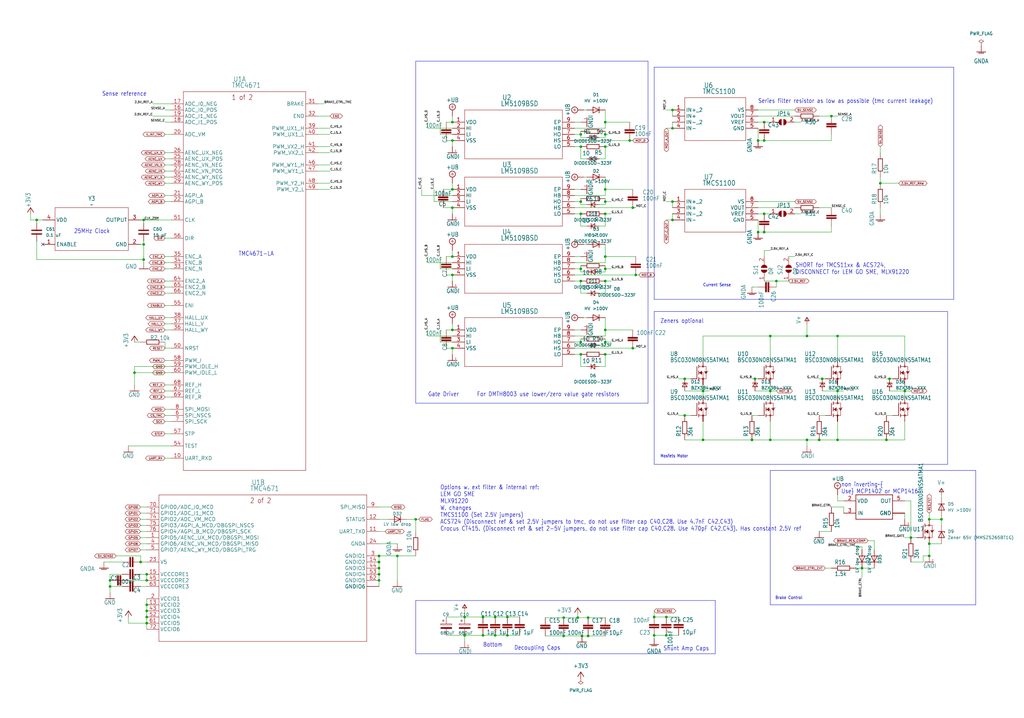
<source format=kicad_sch>
(kicad_sch
	(version 20250114)
	(generator "eeschema")
	(generator_version "9.0")
	(uuid "bf3e5894-6345-467b-b671-81e3583a96d0")
	(paper "User" 425.45 298.602)
	
	(text "Brake Control"
		(exclude_from_sim no)
		(at 322.072 249.428 0)
		(effects
			(font
				(size 1.27 1.0795)
			)
			(justify left bottom)
		)
		(uuid "00ecdc6f-9ce2-4ca6-8e84-ed99b1d1a5ae")
	)
	(text "Series filter resistor as low as possible (tmc current leakage)"
		(exclude_from_sim no)
		(at 314.96 43.18 0)
		(effects
			(font
				(size 1.778 1.5113)
			)
			(justify left bottom)
		)
		(uuid "0d17847c-bdb1-489f-9194-1a6ce82774f6")
	)
	(text "Gate Driver"
		(exclude_from_sim no)
		(at 177.8 165.1 0)
		(effects
			(font
				(size 1.778 1.5113)
			)
			(justify left bottom)
		)
		(uuid "3d7f2966-458b-4088-be8f-7df7c1c4341e")
	)
	(text "Options w. ext filter & internal ref:\nLEM GO SME\nMLX91220\nW. changes\nTMCS1100 (Set 2.5V jumpers)\nACS724 (Disconnect ref & set 2.5V jumpers to tmc, do not use filter cap C40,C28. Use 4.7nF C42,C43)\nCrocus CT415. (Disconnect ref & set 2-5V jumpers, do not use filter cap C40,C28. Use 470pF C42,C43). Has constant 2.5V ref~{}"
		(exclude_from_sim no)
		(at 182.88 220.98 0)
		(effects
			(font
				(size 1.778 1.5113)
			)
			(justify left bottom)
		)
		(uuid "430e25a1-bf5a-46be-a97d-9157452a8cfa")
	)
	(text "Bottom"
		(exclude_from_sim no)
		(at 200.66 269.24 0)
		(effects
			(font
				(size 1.778 1.5113)
			)
			(justify left bottom)
		)
		(uuid "560316d3-bd37-42d6-be37-2379d8c1127f")
	)
	(text "TMC4671-LA"
		(exclude_from_sim no)
		(at 99.06 106.68 0)
		(effects
			(font
				(size 1.778 1.5113)
			)
			(justify left bottom)
		)
		(uuid "79863b0f-8518-4192-8eaa-d9352c4663dd")
	)
	(text "25MHz Clock"
		(exclude_from_sim no)
		(at 30.734 97.282 0)
		(effects
			(font
				(size 1.778 1.5113)
			)
			(justify left bottom)
		)
		(uuid "8105dc39-b78d-40b6-815b-5ce22e43e644")
	)
	(text "non inverting~{\nUse} MCP1402 or MCP1416"
		(exclude_from_sim no)
		(at 349.504 205.486 0)
		(effects
			(font
				(size 1.778 1.5113)
			)
			(justify left bottom)
		)
		(uuid "82b550b5-ca97-4981-ad02-529bb7578005")
	)
	(text "Zeners optional"
		(exclude_from_sim no)
		(at 274.32 134.62 0)
		(effects
			(font
				(size 1.778 1.5113)
			)
			(justify left bottom)
		)
		(uuid "94e78267-3e1f-4ad2-8696-132ebb74f2f5")
	)
	(text "Shunt Amp Caps"
		(exclude_from_sim no)
		(at 275.59 270.764 0)
		(effects
			(font
				(size 1.778 1.5113)
			)
			(justify left bottom)
		)
		(uuid "9db88eb3-4cc7-4d60-b633-02757a88e6d9")
	)
	(text "Decoupling Caps"
		(exclude_from_sim no)
		(at 213.614 270.51 0)
		(effects
			(font
				(size 1.778 1.5113)
			)
			(justify left bottom)
		)
		(uuid "a6a7681f-9bf9-44eb-a0f8-e599e64ea64d")
	)
	(text "Mosfets Motor"
		(exclude_from_sim no)
		(at 274.32 190.5 0)
		(effects
			(font
				(size 1.27 1.0795)
			)
			(justify left bottom)
		)
		(uuid "b90562c3-9b01-48ca-8d65-3e311557017c")
	)
	(text "For DMTH8003 use lower/zero value gate resistors"
		(exclude_from_sim no)
		(at 198.12 165.1 0)
		(effects
			(font
				(size 1.778 1.5113)
			)
			(justify left bottom)
		)
		(uuid "c6509bbf-7ad3-4a84-90c1-e770e4ee555f")
	)
	(text "Sense reference"
		(exclude_from_sim no)
		(at 60.96 38.1 0)
		(effects
			(font
				(size 1.778 1.5113)
			)
			(justify right top)
		)
		(uuid "da12a43f-bdbf-4c36-a43f-367172dae8b0")
	)
	(text "Current Sense"
		(exclude_from_sim no)
		(at 292.1 119.38 0)
		(effects
			(font
				(size 1.27 1.0795)
			)
			(justify left bottom)
		)
		(uuid "ea3c590b-d528-418c-850f-ead21cee4fd4")
	)
	(text "SHORT for TMCS11xx & ACS724,\nDISCONNECT for LEM GO SME, MLX91220"
		(exclude_from_sim no)
		(at 330.454 114.3 0)
		(effects
			(font
				(size 1.778 1.5113)
			)
			(justify left bottom)
		)
		(uuid "fda36183-501e-4c0f-9d75-d56e88c2b62a")
	)
	(junction
		(at 193.04 264.16)
		(diameter 0)
		(color 0 0 0 0)
		(uuid "0036494e-a579-4125-b90e-98dadbdb6feb")
	)
	(junction
		(at 157.48 233.68)
		(diameter 0)
		(color 0 0 0 0)
		(uuid "00c80b2e-df59-4eb8-b46d-0ddaa74027ff")
	)
	(junction
		(at 251.46 60.96)
		(diameter 0)
		(color 0 0 0 0)
		(uuid "01a43f39-335f-465b-8955-1a0138bc41df")
	)
	(junction
		(at 322.58 116.84)
		(diameter 0)
		(color 0 0 0 0)
		(uuid "024251e1-edde-40a8-b267-d9944cf6319f")
	)
	(junction
		(at 347.98 182.88)
		(diameter 0)
		(color 0 0 0 0)
		(uuid "024d42c8-b22a-468f-93cf-8a534efcb7be")
	)
	(junction
		(at 187.96 114.3)
		(diameter 0)
		(color 0 0 0 0)
		(uuid "060da21f-e8b6-4fdf-9392-30b2609fd314")
	)
	(junction
		(at 45.72 243.84)
		(diameter 0)
		(color 0 0 0 0)
		(uuid "08440c1e-1b1b-4d09-af63-91f74818a406")
	)
	(junction
		(at 375.92 162.56)
		(diameter 0)
		(color 0 0 0 0)
		(uuid "0d88faf6-6509-4df6-9d42-409422505d03")
	)
	(junction
		(at 234.188 256.794)
		(diameter 0)
		(color 0 0 0 0)
		(uuid "105eed48-4f2a-4686-b658-9b495b8e92aa")
	)
	(junction
		(at 279.4 45.72)
		(diameter 0)
		(color 0 0 0 0)
		(uuid "11478e67-180e-414b-bf4c-8e05a94a23bf")
	)
	(junction
		(at 320.04 139.7)
		(diameter 0)
		(color 0 0 0 0)
		(uuid "124f0dde-264e-4e7e-96b7-8ce38555b086")
	)
	(junction
		(at 335.28 182.88)
		(diameter 0)
		(color 0 0 0 0)
		(uuid "1303ddf7-9adf-4150-aade-f819a84b6f95")
	)
	(junction
		(at 187.96 58.42)
		(diameter 0)
		(color 0 0 0 0)
		(uuid "1413821f-44e5-4423-826b-b0cb52dd6cc8")
	)
	(junction
		(at 187.96 86.36)
		(diameter 0)
		(color 0 0 0 0)
		(uuid "142a6c78-e665-4907-97a5-4a123b90922c")
	)
	(junction
		(at 320.04 162.56)
		(diameter 0)
		(color 0 0 0 0)
		(uuid "16774827-18d7-4041-a928-6d7777db0adf")
	)
	(junction
		(at 251.46 147.32)
		(diameter 0)
		(color 0 0 0 0)
		(uuid "195d9436-9d81-46b6-bc56-e442a7a708e4")
	)
	(junction
		(at 193.04 256.54)
		(diameter 0)
		(color 0 0 0 0)
		(uuid "1b3d1328-b886-4f51-afc6-984cc434931d")
	)
	(junction
		(at 200.66 256.54)
		(diameter 0)
		(color 0 0 0 0)
		(uuid "1df2d29d-6e61-4c7a-9dc4-8a0d09f5c989")
	)
	(junction
		(at 60.96 238.76)
		(diameter 0)
		(color 0 0 0 0)
		(uuid "1eee8373-dc3e-4111-9ccd-3cccddbdee84")
	)
	(junction
		(at 251.46 106.68)
		(diameter 0)
		(color 0 0 0 0)
		(uuid "26241ffb-a4c2-4c55-a31f-2a0912b1326e")
	)
	(junction
		(at 317.5 50.8)
		(diameter 0)
		(color 0 0 0 0)
		(uuid "2a2b5bb4-6c55-42d7-8368-c3d8af80b418")
	)
	(junction
		(at 335.28 139.7)
		(diameter 0)
		(color 0 0 0 0)
		(uuid "2a689c8e-0562-49a4-92d4-00e24ec34dcd")
	)
	(junction
		(at 284.48 157.48)
		(diameter 0)
		(color 0 0 0 0)
		(uuid "2af1e5c5-6d31-4694-9b1e-dea60c11ffd9")
	)
	(junction
		(at 60.96 256.54)
		(diameter 0)
		(color 0 0 0 0)
		(uuid "2b3b7cee-f0fb-426e-b77d-a7d29a1fdeb3")
	)
	(junction
		(at 165.1 231.14)
		(diameter 0)
		(color 0 0 0 0)
		(uuid "2b62bd6a-a0e8-4a7c-9fba-dd9e878d76c2")
	)
	(junction
		(at 187.96 78.74)
		(diameter 0)
		(color 0 0 0 0)
		(uuid "2c61c23c-b937-41e1-a069-596977c93103")
	)
	(junction
		(at 369.57 157.48)
		(diameter 0)
		(color 0 0 0 0)
		(uuid "2e4d9dd7-702e-4e73-b04f-da2b0881aacd")
	)
	(junction
		(at 241.3 88.9)
		(diameter 0)
		(color 0 0 0 0)
		(uuid "3209cc3d-c17e-4437-8308-482801ad36a9")
	)
	(junction
		(at 157.48 241.3)
		(diameter 0)
		(color 0 0 0 0)
		(uuid "33611268-b60b-4016-982a-470897dede15")
	)
	(junction
		(at 262.89 86.36)
		(diameter 0)
		(color 0 0 0 0)
		(uuid "38964768-6296-448a-846d-e7f8bacec9d3")
	)
	(junction
		(at 205.74 264.16)
		(diameter 0)
		(color 0 0 0 0)
		(uuid "3a329889-1ae1-4ffa-930f-e96668a3ec0a")
	)
	(junction
		(at 292.1 182.88)
		(diameter 0)
		(color 0 0 0 0)
		(uuid "40271084-8fbf-47ce-b06f-bc0d83347ff9")
	)
	(junction
		(at 386.08 215.9)
		(diameter 0)
		(color 0 0 0 0)
		(uuid "428be59e-d2c2-4055-b5eb-f82af773603c")
	)
	(junction
		(at 340.36 182.88)
		(diameter 0)
		(color 0 0 0 0)
		(uuid "46aed03f-0a74-4988-8287-38e130933720")
	)
	(junction
		(at 251.46 50.8)
		(diameter 0)
		(color 0 0 0 0)
		(uuid "46e3e1e8-cd3f-4f7a-96ca-e3b8b9b467e0")
	)
	(junction
		(at 187.96 137.16)
		(diameter 0)
		(color 0 0 0 0)
		(uuid "47dbb05d-3ae6-4b98-9ae2-6a3c733dea39")
	)
	(junction
		(at 200.66 264.16)
		(diameter 0)
		(color 0 0 0 0)
		(uuid "48dbe2d8-186f-4540-a44f-b290a74a0866")
	)
	(junction
		(at 284.48 172.72)
		(diameter 0)
		(color 0 0 0 0)
		(uuid "4d7936d6-e1b3-4874-9d53-ca4729188f0e")
	)
	(junction
		(at 341.63 157.48)
		(diameter 0)
		(color 0 0 0 0)
		(uuid "4e585f08-535b-4c74-9761-d12e67a20860")
	)
	(junction
		(at 60.96 259.08)
		(diameter 0)
		(color 0 0 0 0)
		(uuid "52910e08-8f8b-4241-a6fb-38bd3df69d97")
	)
	(junction
		(at 317.5 88.9)
		(diameter 0)
		(color 0 0 0 0)
		(uuid "551caa83-516a-4b4d-8bd5-a285cd4a2898")
	)
	(junction
		(at 386.08 226.06)
		(diameter 0)
		(color 0 0 0 0)
		(uuid "55aa5b0c-14d2-4063-b349-acced83f24b3")
	)
	(junction
		(at 279.4 91.44)
		(diameter 0)
		(color 0 0 0 0)
		(uuid "57cb7572-70f7-485c-9d07-f3d3a481e7bd")
	)
	(junction
		(at 59.69 101.6)
		(diameter 0)
		(color 0 0 0 0)
		(uuid "5922faa2-b6ee-4d1e-b0fd-abecb7cbddc5")
	)
	(junction
		(at 187.96 50.8)
		(diameter 0)
		(color 0 0 0 0)
		(uuid "599f3953-4d3a-45fe-a2dd-5e8d594c5325")
	)
	(junction
		(at 205.74 256.54)
		(diameter 0)
		(color 0 0 0 0)
		(uuid "5a4849d7-a694-4187-83fc-dba6c2cfa041")
	)
	(junction
		(at 276.86 256.54)
		(diameter 0)
		(color 0 0 0 0)
		(uuid "5c9cec4d-d9ae-4ee6-9060-1858741f8d18")
	)
	(junction
		(at 292.1 162.56)
		(diameter 0)
		(color 0 0 0 0)
		(uuid "618d0d02-ed76-4c7c-ba2c-10bec93994f3")
	)
	(junction
		(at 157.48 238.76)
		(diameter 0)
		(color 0 0 0 0)
		(uuid "622b8970-63e0-4e62-9b95-56e5b22c727c")
	)
	(junction
		(at 251.46 78.74)
		(diameter 0)
		(color 0 0 0 0)
		(uuid "628a2bbc-46f7-4dd4-92cd-ee80341b1b65")
	)
	(junction
		(at 365.76 76.2)
		(diameter 0)
		(color 0 0 0 0)
		(uuid "653019e0-8b68-420a-b738-fc2f6d63304e")
	)
	(junction
		(at 187.96 144.78)
		(diameter 0)
		(color 0 0 0 0)
		(uuid "65dffa4b-ca40-4d95-a7a8-888832893f7c")
	)
	(junction
		(at 391.16 215.9)
		(diameter 0)
		(color 0 0 0 0)
		(uuid "67e20f9c-496b-4285-900f-6ef187817665")
	)
	(junction
		(at 15.24 91.44)
		(diameter 0)
		(color 0 0 0 0)
		(uuid "6c0cd984-5d87-49f0-9de3-1a38a1f0a7d1")
	)
	(junction
		(at 60.96 254)
		(diameter 0)
		(color 0 0 0 0)
		(uuid "704f759f-9aef-4227-bb0a-1c809dce9423")
	)
	(junction
		(at 60.96 241.3)
		(diameter 0)
		(color 0 0 0 0)
		(uuid "733bcfae-e9cb-464d-8d92-4b29d63f08cd")
	)
	(junction
		(at 210.82 264.16)
		(diameter 0)
		(color 0 0 0 0)
		(uuid "7cf06c62-43a2-428f-9b44-22e9778e7926")
	)
	(junction
		(at 347.98 139.7)
		(diameter 0)
		(color 0 0 0 0)
		(uuid "8252fdae-5644-4f54-b04b-184410fca4af")
	)
	(junction
		(at 317.5 96.52)
		(diameter 0)
		(color 0 0 0 0)
		(uuid "83bb9988-4f7d-4818-b37c-603913973a70")
	)
	(junction
		(at 312.42 182.88)
		(diameter 0)
		(color 0 0 0 0)
		(uuid "8460cc9f-f9cb-47d2-aa2e-eafc2dbe3471")
	)
	(junction
		(at 251.46 88.9)
		(diameter 0)
		(color 0 0 0 0)
		(uuid "8a67ff21-fb33-415c-a589-0a91293e749d")
	)
	(junction
		(at 386.08 231.14)
		(diameter 0)
		(color 0 0 0 0)
		(uuid "8a6a8053-bc5f-4d0c-b835-738c5f68245c")
	)
	(junction
		(at 261.62 58.42)
		(diameter 0)
		(color 0 0 0 0)
		(uuid "8b3e978b-d4c1-436c-8e4b-326a70bff665")
	)
	(junction
		(at 55.88 154.94)
		(diameter 0)
		(color 0 0 0 0)
		(uuid "8c0bccfe-45e4-4bc5-b0a0-658f5a2a9478")
	)
	(junction
		(at 241.3 111.76)
		(diameter 0)
		(color 0 0 0 0)
		(uuid "92b7279e-e525-429d-91b7-be12d0ebc875")
	)
	(junction
		(at 276.86 264.16)
		(diameter 0)
		(color 0 0 0 0)
		(uuid "957d887c-d38b-4ce3-88d5-c82956894374")
	)
	(junction
		(at 345.44 48.26)
		(diameter 0)
		(color 0 0 0 0)
		(uuid "96f2eb58-a49e-4218-a3b8-57ee191162c5")
	)
	(junction
		(at 210.82 256.54)
		(diameter 0)
		(color 0 0 0 0)
		(uuid "97d2b878-e065-4e90-9c04-45cf679e0767")
	)
	(junction
		(at 314.96 96.52)
		(diameter 0)
		(color 0 0 0 0)
		(uuid "9b3f8cb8-e59f-47d4-8557-5de0b6b19ba4")
	)
	(junction
		(at 378.46 223.52)
		(diameter 0)
		(color 0 0 0 0)
		(uuid "9f18fc77-e62b-48a9-bafb-2d4d95716b2f")
	)
	(junction
		(at 60.96 251.46)
		(diameter 0)
		(color 0 0 0 0)
		(uuid "9f4cc295-cd5c-408f-a5f4-2a706fd305b9")
	)
	(junction
		(at 264.16 114.3)
		(diameter 0)
		(color 0 0 0 0)
		(uuid "a0b3fd09-7527-4094-9221-a8f42ce99785")
	)
	(junction
		(at 241.3 116.84)
		(diameter 0)
		(color 0 0 0 0)
		(uuid "a52f1c5b-6120-4b81-8593-c5c160a2ceff")
	)
	(junction
		(at 241.3 83.82)
		(diameter 0)
		(color 0 0 0 0)
		(uuid "a677f9a5-179b-476c-841e-f5c84a93cca9")
	)
	(junction
		(at 251.46 83.82)
		(diameter 0)
		(color 0 0 0 0)
		(uuid "a94998b4-0bb0-42ad-8971-28a7ae4bec4d")
	)
	(junction
		(at 59.69 91.44)
		(diameter 0)
		(color 0 0 0 0)
		(uuid "aa52867f-0094-4327-bc91-e3d69bf2fafc")
	)
	(junction
		(at 240.03 256.794)
		(diameter 0)
		(color 0 0 0 0)
		(uuid "aa5bdffc-cbbc-4f2f-8d49-ab385083d80d")
	)
	(junction
		(at 187.96 106.68)
		(diameter 0)
		(color 0 0 0 0)
		(uuid "abb5e864-165c-446a-923d-b4ba9d233681")
	)
	(junction
		(at 241.3 147.32)
		(diameter 0)
		(color 0 0 0 0)
		(uuid "aee2f736-4bab-442d-ae76-85d12d462959")
	)
	(junction
		(at 271.78 264.16)
		(diameter 0)
		(color 0 0 0 0)
		(uuid "b0529480-688a-4129-ae65-13538e77f860")
	)
	(junction
		(at 251.46 116.84)
		(diameter 0)
		(color 0 0 0 0)
		(uuid "c2d4cd92-ba0f-482d-8280-25844d77a868")
	)
	(junction
		(at 317.5 58.42)
		(diameter 0)
		(color 0 0 0 0)
		(uuid "c3102d3c-07ba-46ec-852f-be6b34406650")
	)
	(junction
		(at 313.69 157.48)
		(diameter 0)
		(color 0 0 0 0)
		(uuid "c3ab2bca-da8f-4e50-a5f1-9e731e1741c7")
	)
	(junction
		(at 157.48 231.14)
		(diameter 0)
		(color 0 0 0 0)
		(uuid "c43cad08-9734-458c-82cf-b507997c56d8")
	)
	(junction
		(at 320.04 182.88)
		(diameter 0)
		(color 0 0 0 0)
		(uuid "cee30e5c-835e-4715-832d-ebfc7c783189")
	)
	(junction
		(at 172.72 215.9)
		(diameter 0)
		(color 0 0 0 0)
		(uuid "cf3703e2-7956-4410-9e72-ecb097acbddd")
	)
	(junction
		(at 251.46 55.88)
		(diameter 0)
		(color 0 0 0 0)
		(uuid "d46f7576-0370-4eb0-8a7a-de77f95a5134")
	)
	(junction
		(at 58.42 233.68)
		(diameter 0)
		(color 0 0 0 0)
		(uuid "d670d0ec-b5a2-49c4-ac47-61eab0996685")
	)
	(junction
		(at 271.78 256.54)
		(diameter 0)
		(color 0 0 0 0)
		(uuid "d9412d9d-5679-4d0c-8869-cdb238a52443")
	)
	(junction
		(at 59.69 107.95)
		(diameter 0)
		(color 0 0 0 0)
		(uuid "da48f7fb-3898-478b-9493-37fcf28825b2")
	)
	(junction
		(at 262.89 144.78)
		(diameter 0)
		(color 0 0 0 0)
		(uuid "dc159e16-47bf-4de5-9ae0-f8b1045ffed3")
	)
	(junction
		(at 241.3 60.96)
		(diameter 0)
		(color 0 0 0 0)
		(uuid "df139927-071f-4683-b4a3-eac70e9afb59")
	)
	(junction
		(at 244.348 256.794)
		(diameter 0)
		(color 0 0 0 0)
		(uuid "e34f5023-6dda-4a2e-a719-b0081a6a1851")
	)
	(junction
		(at 45.72 241.3)
		(diameter 0)
		(color 0 0 0 0)
		(uuid "e363e787-1c33-46fc-ab66-5898243c9615")
	)
	(junction
		(at 314.96 58.42)
		(diameter 0)
		(color 0 0 0 0)
		(uuid "e3cd7482-af5a-4357-ae52-a3fbcd1e2bc0")
	)
	(junction
		(at 157.48 236.22)
		(diameter 0)
		(color 0 0 0 0)
		(uuid "e58aa438-f36f-4984-98f6-2ed3f53158a9")
	)
	(junction
		(at 244.348 264.414)
		(diameter 0)
		(color 0 0 0 0)
		(uuid "e8749f93-8dca-42aa-9f74-96a83df1f920")
	)
	(junction
		(at 241.808 264.414)
		(diameter 0)
		(color 0 0 0 0)
		(uuid "eab92af4-4798-417e-b728-ad5a9d8398c0")
	)
	(junction
		(at 279.4 53.34)
		(diameter 0)
		(color 0 0 0 0)
		(uuid "eab93512-0fb5-455b-9b14-44bb3298bc6d")
	)
	(junction
		(at 234.188 264.414)
		(diameter 0)
		(color 0 0 0 0)
		(uuid "ecc5fbfe-c254-4361-96ad-ed65f2e6e477")
	)
	(junction
		(at 279.4 83.82)
		(diameter 0)
		(color 0 0 0 0)
		(uuid "ecc6aae6-85d0-4b5a-886e-3f9e57ab1623")
	)
	(junction
		(at 251.46 111.76)
		(diameter 0)
		(color 0 0 0 0)
		(uuid "ed276807-dc9e-4046-ac32-f64699ede784")
	)
	(junction
		(at 241.3 142.24)
		(diameter 0)
		(color 0 0 0 0)
		(uuid "ee8f73a9-ecce-48b5-993a-70b45b15b26e")
	)
	(junction
		(at 368.3 182.88)
		(diameter 0)
		(color 0 0 0 0)
		(uuid "f12d221b-3a68-49b5-a77f-c75d9180ed30")
	)
	(junction
		(at 347.98 162.56)
		(diameter 0)
		(color 0 0 0 0)
		(uuid "f1c7d981-3005-4e6f-abb4-26fb3ff7b6d5")
	)
	(junction
		(at 251.46 142.24)
		(diameter 0)
		(color 0 0 0 0)
		(uuid "f9368ba5-8c30-4662-b33f-0ec2d0750021")
	)
	(junction
		(at 241.3 55.88)
		(diameter 0)
		(color 0 0 0 0)
		(uuid "fb3ac2a4-35a7-419c-96f5-ed606d9fe7f0")
	)
	(junction
		(at 358.14 236.22)
		(diameter 0)
		(color 0 0 0 0)
		(uuid "fb4e975a-3239-490e-b4c5-f36d7fbf92f4")
	)
	(junction
		(at 251.46 137.16)
		(diameter 0)
		(color 0 0 0 0)
		(uuid "fdae8c00-db4a-4125-8ba5-14b72f2c4500")
	)
	(no_connect
		(at 17.78 101.6)
		(uuid "2ae5a1ed-a901-4c9d-80bf-f2b4dada609b")
	)
	(wire
		(pts
			(xy 378.46 223.52) (xy 375.92 223.52)
		)
		(stroke
			(width 0.1524)
			(type solid)
		)
		(uuid "002bd728-91da-46c3-a9d5-63928823295a")
	)
	(wire
		(pts
			(xy 71.12 127) (xy 68.58 127)
		)
		(stroke
			(width 0.1524)
			(type solid)
		)
		(uuid "00792a98-3022-4825-b516-afc78dd31a63")
	)
	(wire
		(pts
			(xy 50.8 243.84) (xy 45.72 243.84)
		)
		(stroke
			(width 0.1524)
			(type solid)
		)
		(uuid "00a74a65-7588-435f-835d-02712655038c")
	)
	(wire
		(pts
			(xy 241.3 140.97) (xy 241.3 142.24)
		)
		(stroke
			(width 0)
			(type default)
		)
		(uuid "0140627c-07af-4c8b-b2c5-149422c5c555")
	)
	(wire
		(pts
			(xy 132.08 55.88) (xy 137.16 55.88)
		)
		(stroke
			(width 0.1524)
			(type solid)
		)
		(uuid "01e63718-7ff3-41a8-b11a-01049c2d8cda")
	)
	(wire
		(pts
			(xy 157.48 231.14) (xy 165.1 231.14)
		)
		(stroke
			(width 0.1524)
			(type solid)
		)
		(uuid "021db6b1-d9ee-4c66-ab84-af2f63160d5f")
	)
	(wire
		(pts
			(xy 157.48 233.68) (xy 157.48 231.14)
		)
		(stroke
			(width 0.1524)
			(type solid)
		)
		(uuid "0306cb3f-2142-4cfc-a436-c1a70e95baa8")
	)
	(wire
		(pts
			(xy 347.98 48.26) (xy 345.44 48.26)
		)
		(stroke
			(width 0.1524)
			(type solid)
		)
		(uuid "04399a8c-1319-4774-9310-5a6d3373641b")
	)
	(wire
		(pts
			(xy 244.348 256.794) (xy 251.46 256.794)
		)
		(stroke
			(width 0.1524)
			(type solid)
		)
		(uuid "0472331c-34aa-4dc1-96c7-1bfbd0d07492")
	)
	(wire
		(pts
			(xy 242.57 45.72) (xy 243.84 45.72)
		)
		(stroke
			(width 0)
			(type default)
		)
		(uuid "054a7035-60c6-432f-99ce-30ecb77f8e1b")
	)
	(wire
		(pts
			(xy 279.4 45.72) (xy 276.86 45.72)
		)
		(stroke
			(width 0.1524)
			(type solid)
		)
		(uuid "0553252f-f74c-49a7-812b-f9ee3f7882da")
	)
	(wire
		(pts
			(xy 60.96 238.76) (xy 60.96 241.3)
		)
		(stroke
			(width 0.1524)
			(type solid)
		)
		(uuid "058eb4bc-e03f-4d0a-b4b8-8565a6bab0e8")
	)
	(wire
		(pts
			(xy 241.3 143.51) (xy 241.3 142.24)
		)
		(stroke
			(width 0.1524)
			(type solid)
		)
		(uuid "079b5409-f507-4733-81f6-328e69834d9e")
	)
	(wire
		(pts
			(xy 244.348 264.414) (xy 251.46 264.414)
		)
		(stroke
			(width 0.1524)
			(type solid)
		)
		(uuid "08846cdb-aa77-4e94-9619-756e7061f086")
	)
	(wire
		(pts
			(xy 335.28 139.7) (xy 335.28 134.62)
		)
		(stroke
			(width 0.1524)
			(type solid)
		)
		(uuid "09d2cef7-3f0f-4f86-957d-5165ccc2184f")
	)
	(wire
		(pts
			(xy 241.3 116.84) (xy 238.76 116.84)
		)
		(stroke
			(width 0.1524)
			(type solid)
		)
		(uuid "0a324176-d2e6-4f75-8a02-60b39d94ee63")
	)
	(wire
		(pts
			(xy 347.98 149.86) (xy 347.98 139.7)
		)
		(stroke
			(width 0.1524)
			(type solid)
		)
		(uuid "0abe9ef4-8b91-41cc-9775-c38ffde8de6d")
	)
	(wire
		(pts
			(xy 58.42 233.68) (xy 58.42 231.14)
		)
		(stroke
			(width 0.1524)
			(type solid)
		)
		(uuid "0ae47f01-41e6-48f7-810b-643a8c8c3b72")
	)
	(wire
		(pts
			(xy 264.16 144.78) (xy 262.89 144.78)
		)
		(stroke
			(width 0.1524)
			(type solid)
		)
		(uuid "0aeabd0d-b3c3-4129-9715-efeda72474d6")
	)
	(wire
		(pts
			(xy 193.04 266.7) (xy 193.04 264.16)
		)
		(stroke
			(width 0.1524)
			(type solid)
		)
		(uuid "0d46f335-1f63-427b-8265-af2783754421")
	)
	(wire
		(pts
			(xy 71.12 68.58) (xy 68.58 68.58)
		)
		(stroke
			(width 0.1524)
			(type solid)
		)
		(uuid "0dd5c3b0-682a-4be6-ae71-3b4ba7d01ec7")
	)
	(polyline
		(pts
			(xy 271.78 124.46) (xy 396.24 124.46)
		)
		(stroke
			(width 0.1524)
			(type solid)
		)
		(uuid "0e892703-59cd-471a-9fed-56a1de021dc1")
	)
	(wire
		(pts
			(xy 248.92 152.4) (xy 251.46 152.4)
		)
		(stroke
			(width 0.1524)
			(type solid)
		)
		(uuid "0f237859-4d55-4068-8f51-1de59caf5382")
	)
	(wire
		(pts
			(xy 243.84 113.03) (xy 241.3 113.03)
		)
		(stroke
			(width 0.1524)
			(type solid)
		)
		(uuid "0fdd76b1-49d3-4ed7-bf51-e270c764b48d")
	)
	(wire
		(pts
			(xy 157.48 241.3) (xy 157.48 238.76)
		)
		(stroke
			(width 0.1524)
			(type solid)
		)
		(uuid "10ab804a-a9c0-4d10-82e5-61d50e5fb41b")
	)
	(wire
		(pts
			(xy 226.568 256.794) (xy 234.188 256.794)
		)
		(stroke
			(width 0.1524)
			(type solid)
		)
		(uuid "10af8ed9-48a1-443f-aaf1-6927037606f3")
	)
	(wire
		(pts
			(xy 168.91 215.9) (xy 172.72 215.9)
		)
		(stroke
			(width 0.1524)
			(type solid)
		)
		(uuid "11683425-3add-4628-bdf7-3bd3e5cf45ff")
	)
	(wire
		(pts
			(xy 238.76 86.36) (xy 262.89 86.36)
		)
		(stroke
			(width 0.1524)
			(type solid)
		)
		(uuid "122d744b-23aa-48a9-a63c-bcc488bb2545")
	)
	(wire
		(pts
			(xy 375.92 162.56) (xy 378.46 162.56)
		)
		(stroke
			(width 0.1524)
			(type solid)
		)
		(uuid "1282393e-7968-463f-b71d-c1c4fefeef06")
	)
	(wire
		(pts
			(xy 386.08 215.9) (xy 391.16 215.9)
		)
		(stroke
			(width 0.1524)
			(type solid)
		)
		(uuid "12c86425-2ecc-494a-83c4-54f0533d3a03")
	)
	(wire
		(pts
			(xy 180.34 83.82) (xy 180.34 78.74)
		)
		(stroke
			(width 0.1524)
			(type solid)
		)
		(uuid "12cf9e1e-7f30-4956-a311-fed2e3299084")
	)
	(wire
		(pts
			(xy 187.96 78.74) (xy 187.96 76.2)
		)
		(stroke
			(width 0.1524)
			(type solid)
		)
		(uuid "12d1ee97-b11f-4491-87ca-0e39c3e0ae48")
	)
	(wire
		(pts
			(xy 243.84 57.15) (xy 241.3 57.15)
		)
		(stroke
			(width 0.1524)
			(type solid)
		)
		(uuid "13fac01f-adf9-427d-9e89-964057f0ee6a")
	)
	(wire
		(pts
			(xy 320.04 162.56) (xy 320.04 165.1)
		)
		(stroke
			(width 0.1524)
			(type solid)
		)
		(uuid "167158b2-4da8-4a74-abf5-c81f4db49f5a")
	)
	(wire
		(pts
			(xy 241.3 83.82) (xy 238.76 83.82)
		)
		(stroke
			(width 0.1524)
			(type solid)
		)
		(uuid "17122718-00ce-4fc6-bad5-6d5f65b3eb25")
	)
	(polyline
		(pts
			(xy 271.78 129.54) (xy 393.7 129.54)
		)
		(stroke
			(width 0.1524)
			(type solid)
		)
		(uuid "17c02c4a-13e1-4e76-aa20-8c19a3ea2d2d")
	)
	(wire
		(pts
			(xy 71.12 111.76) (xy 68.58 111.76)
		)
		(stroke
			(width 0.1524)
			(type solid)
		)
		(uuid "1a29df34-9878-439a-ba52-76bc4eccce15")
	)
	(wire
		(pts
			(xy 177.8 109.22) (xy 177.8 106.68)
		)
		(stroke
			(width 0.1524)
			(type solid)
		)
		(uuid "1b692d77-5087-4740-b147-bedff4483427")
	)
	(wire
		(pts
			(xy 251.46 143.51) (xy 251.46 142.24)
		)
		(stroke
			(width 0.1524)
			(type solid)
		)
		(uuid "1b784d9f-6224-4579-aee1-7a0373de27bd")
	)
	(wire
		(pts
			(xy 50.8 233.68) (xy 43.18 233.68)
		)
		(stroke
			(width 0.1524)
			(type solid)
		)
		(uuid "1c620abd-a9b8-488d-ac70-b897ca4b2bf4")
	)
	(wire
		(pts
			(xy 241.3 152.4) (xy 241.3 147.32)
		)
		(stroke
			(width 0.1524)
			(type solid)
		)
		(uuid "1cae82f5-1a0d-4342-8094-5c16570044e0")
	)
	(wire
		(pts
			(xy 391.16 205.74) (xy 391.16 207.01)
		)
		(stroke
			(width 0)
			(type default)
		)
		(uuid "1d931174-c768-47ea-82c3-558ddf1f55d0")
	)
	(polyline
		(pts
			(xy 172.72 271.78) (xy 172.72 249.682)
		)
		(stroke
			(width 0.1524)
			(type solid)
		)
		(uuid "1daa9aa1-8471-488d-b76f-96ff17bf5377")
	)
	(wire
		(pts
			(xy 292.1 162.56) (xy 292.1 165.1)
		)
		(stroke
			(width 0.1524)
			(type solid)
		)
		(uuid "1f91e315-cb0d-44e2-bfde-96c4874072de")
	)
	(wire
		(pts
			(xy 157.48 243.84) (xy 157.48 241.3)
		)
		(stroke
			(width 0.1524)
			(type solid)
		)
		(uuid "1f9cc273-e4a8-466d-ac1e-22e0e2720f75")
	)
	(wire
		(pts
			(xy 71.12 45.72) (xy 68.58 45.72)
		)
		(stroke
			(width 0.1524)
			(type solid)
		)
		(uuid "20b505eb-dbd2-4948-8de9-3e792d998d92")
	)
	(wire
		(pts
			(xy 45.72 238.76) (xy 50.8 238.76)
		)
		(stroke
			(width 0.1524)
			(type solid)
		)
		(uuid "20da551c-4fb8-4307-9c1d-298e3f9cfeca")
	)
	(wire
		(pts
			(xy 279.4 83.82) (xy 279.4 86.36)
		)
		(stroke
			(width 0.1524)
			(type solid)
		)
		(uuid "2108eff1-6589-4e64-b503-489d66b332ad")
	)
	(wire
		(pts
			(xy 60.96 259.08) (xy 60.96 256.54)
		)
		(stroke
			(width 0.1524)
			(type solid)
		)
		(uuid "21152bed-5996-42c7-b062-42cb4d5730ff")
	)
	(wire
		(pts
			(xy 375.92 162.56) (xy 375.92 165.1)
		)
		(stroke
			(width 0.1524)
			(type solid)
		)
		(uuid "21cb9dc2-0563-4cf9-a32b-355ede93679e")
	)
	(wire
		(pts
			(xy 59.69 109.22) (xy 59.69 107.95)
		)
		(stroke
			(width 0)
			(type default)
		)
		(uuid "223813ff-61fa-46f4-a7b4-c5fb328c5623")
	)
	(wire
		(pts
			(xy 71.12 48.26) (xy 63.5 48.26)
		)
		(stroke
			(width 0.1524)
			(type solid)
		)
		(uuid "22bf7712-aca6-4758-a1a2-e72115961b27")
	)
	(wire
		(pts
			(xy 369.57 162.56) (xy 375.92 162.56)
		)
		(stroke
			(width 0.1524)
			(type solid)
		)
		(uuid "22d2ac87-478d-435c-aa8f-ec77e3aad291")
	)
	(wire
		(pts
			(xy 234.188 264.414) (xy 241.808 264.414)
		)
		(stroke
			(width 0.1524)
			(type solid)
		)
		(uuid "23148f4b-da46-465c-ab49-38f9a861da58")
	)
	(wire
		(pts
			(xy 173.99 215.9) (xy 172.72 215.9)
		)
		(stroke
			(width 0.1524)
			(type solid)
		)
		(uuid "23c70c02-a028-4ff0-b6ca-a3dbc984e542")
	)
	(wire
		(pts
			(xy 71.12 165.1) (xy 68.58 165.1)
		)
		(stroke
			(width 0.1524)
			(type solid)
		)
		(uuid "23cfab24-897a-4d62-9ad8-15367f175ac7")
	)
	(wire
		(pts
			(xy 347.98 162.56) (xy 341.63 162.56)
		)
		(stroke
			(width 0.1524)
			(type solid)
		)
		(uuid "242174d2-369e-4360-a8e2-c188e60bf6f7")
	)
	(wire
		(pts
			(xy 292.1 182.88) (xy 312.42 182.88)
		)
		(stroke
			(width 0.1524)
			(type solid)
		)
		(uuid "246ada35-ada8-460b-9566-3fd452e2c554")
	)
	(wire
		(pts
			(xy 58.42 91.44) (xy 59.69 91.44)
		)
		(stroke
			(width 0)
			(type default)
		)
		(uuid "253e046d-8471-4dc6-8627-10b445f132c3")
	)
	(wire
		(pts
			(xy 248.92 66.04) (xy 251.46 66.04)
		)
		(stroke
			(width 0.1524)
			(type solid)
		)
		(uuid "25750215-91d9-4894-9784-7341ce85362e")
	)
	(wire
		(pts
			(xy 177.8 53.34) (xy 177.8 50.8)
		)
		(stroke
			(width 0.1524)
			(type solid)
		)
		(uuid "2a3eca4f-3fa7-47ed-9b59-9670b1f5048c")
	)
	(wire
		(pts
			(xy 187.96 58.42) (xy 185.42 58.42)
		)
		(stroke
			(width 0.1524)
			(type solid)
		)
		(uuid "2acc149f-7901-434a-96e8-2ad560808dcb")
	)
	(polyline
		(pts
			(xy 393.7 193.04) (xy 271.78 193.04)
		)
		(stroke
			(width 0.1524)
			(type solid)
		)
		(uuid "2aea427d-41b1-48ad-aaa4-6230a1cacb57")
	)
	(wire
		(pts
			(xy 71.12 134.62) (xy 68.58 134.62)
		)
		(stroke
			(width 0.1524)
			(type solid)
		)
		(uuid "2b5e8296-8c5d-4d97-a9d0-e1ce9acee706")
	)
	(wire
		(pts
			(xy 200.66 256.54) (xy 205.74 256.54)
		)
		(stroke
			(width 0.1524)
			(type solid)
		)
		(uuid "2bffa3c5-cf38-43a1-9aae-e82f5214deae")
	)
	(wire
		(pts
			(xy 241.3 113.03) (xy 241.3 111.76)
		)
		(stroke
			(width 0.1524)
			(type solid)
		)
		(uuid "2c4f6c3e-7971-4b2a-8b48-55666decb35a")
	)
	(wire
		(pts
			(xy 243.84 66.04) (xy 241.3 66.04)
		)
		(stroke
			(width 0.1524)
			(type solid)
		)
		(uuid "2dddff22-6eaf-43aa-a1da-c7893eff687f")
	)
	(wire
		(pts
			(xy 330.2 50.8) (xy 332.74 50.8)
		)
		(stroke
			(width 0.1524)
			(type solid)
		)
		(uuid "2e36204b-7dc9-4da3-b71b-be96ab8aaa98")
	)
	(wire
		(pts
			(xy 314.96 58.42) (xy 317.5 58.42)
		)
		(stroke
			(width 0.1524)
			(type solid)
		)
		(uuid "2e3a3686-10e4-4c94-b883-c1afd4dcd8ee")
	)
	(wire
		(pts
			(xy 248.92 93.98) (xy 251.46 93.98)
		)
		(stroke
			(width 0.1524)
			(type solid)
		)
		(uuid "2f03dc61-1c6c-4dc7-a208-8122227b5cbc")
	)
	(wire
		(pts
			(xy 71.12 63.5) (xy 68.58 63.5)
		)
		(stroke
			(width 0.1524)
			(type solid)
		)
		(uuid "2f91d26f-c16b-4097-b414-32cd1259cf8b")
	)
	(wire
		(pts
			(xy 335.28 182.88) (xy 335.28 185.42)
		)
		(stroke
			(width 0.1524)
			(type solid)
		)
		(uuid "3022838d-a532-4aaa-ad49-347a7c789b4f")
	)
	(wire
		(pts
			(xy 314.96 53.34) (xy 314.96 58.42)
		)
		(stroke
			(width 0.1524)
			(type solid)
		)
		(uuid "30e88f26-23dc-4fbb-917d-a1870ee342d5")
	)
	(wire
		(pts
			(xy 386.08 226.06) (xy 391.16 226.06)
		)
		(stroke
			(width 0.1524)
			(type solid)
		)
		(uuid "30ea8d57-ae94-403a-b9b1-aae84cab393f")
	)
	(wire
		(pts
			(xy 134.62 43.18) (xy 132.08 43.18)
		)
		(stroke
			(width 0.1524)
			(type solid)
		)
		(uuid "31c63d52-b72d-4e53-8845-addaa84897e7")
	)
	(wire
		(pts
			(xy 241.3 142.24) (xy 238.76 142.24)
		)
		(stroke
			(width 0.1524)
			(type solid)
		)
		(uuid "32d86772-1799-40b7-9747-1ae50916e7b4")
	)
	(wire
		(pts
			(xy 60.96 243.84) (xy 58.42 243.84)
		)
		(stroke
			(width 0.1524)
			(type solid)
		)
		(uuid "332739b3-668d-4a91-bd5f-be5f518fb860")
	)
	(wire
		(pts
			(xy 314.96 172.72) (xy 312.42 172.72)
		)
		(stroke
			(width 0.1524)
			(type solid)
		)
		(uuid "335d955a-763b-44e5-bfc7-2a9e15426002")
	)
	(wire
		(pts
			(xy 71.12 175.26) (xy 68.58 175.26)
		)
		(stroke
			(width 0.1524)
			(type solid)
		)
		(uuid "339dea07-5bbe-41d2-a635-eea0edf8dfd1")
	)
	(wire
		(pts
			(xy 317.5 104.14) (xy 320.04 104.14)
		)
		(stroke
			(width 0.1524)
			(type solid)
		)
		(uuid "33d5b72b-684d-49fe-9d88-d77728f1f203")
	)
	(wire
		(pts
			(xy 317.5 106.68) (xy 317.5 104.14)
		)
		(stroke
			(width 0.1524)
			(type solid)
		)
		(uuid "34425f14-7a61-402f-bf25-d01f45f862fc")
	)
	(wire
		(pts
			(xy 59.69 107.95) (xy 59.69 106.68)
		)
		(stroke
			(width 0)
			(type default)
		)
		(uuid "352bdd86-cd7d-4e5e-9fd8-6fa924ea00e1")
	)
	(wire
		(pts
			(xy 292.1 162.56) (xy 284.48 162.56)
		)
		(stroke
			(width 0.1524)
			(type solid)
		)
		(uuid "35669077-aa2a-4ad7-a4a7-677ec3c6dfc7")
	)
	(wire
		(pts
			(xy 251.46 85.09) (xy 248.92 85.09)
		)
		(stroke
			(width 0.1524)
			(type solid)
		)
		(uuid "35899b46-69a3-4959-b408-2a3e91c00a72")
	)
	(wire
		(pts
			(xy 193.04 264.16) (xy 200.66 264.16)
		)
		(stroke
			(width 0.1524)
			(type solid)
		)
		(uuid "36c4a7a8-ea04-479f-85f9-b1175961a20e")
	)
	(wire
		(pts
			(xy 210.82 264.16) (xy 205.74 264.16)
		)
		(stroke
			(width 0.1524)
			(type solid)
		)
		(uuid "3725d120-d9a0-4d15-ac0e-b636894ad3d4")
	)
	(wire
		(pts
			(xy 248.92 113.03) (xy 251.46 113.03)
		)
		(stroke
			(width 0.1524)
			(type solid)
		)
		(uuid "39a5776a-d7b0-422f-aa44-4a88ecba416f")
	)
	(wire
		(pts
			(xy 59.69 91.44) (xy 66.04 91.44)
		)
		(stroke
			(width 0)
			(type default)
		)
		(uuid "39c93f16-1440-4fe5-b74d-2c6fcea7b3f2")
	)
	(wire
		(pts
			(xy 241.3 111.76) (xy 238.76 111.76)
		)
		(stroke
			(width 0.1524)
			(type solid)
		)
		(uuid "3c61e796-68c4-49f5-bcfe-1c784746e847")
	)
	(wire
		(pts
			(xy 314.96 48.26) (xy 330.2 48.26)
		)
		(stroke
			(width 0.1524)
			(type solid)
		)
		(uuid "3cc4ea7d-94e5-4545-8f74-c0632bea8fe6")
	)
	(wire
		(pts
			(xy 327.66 106.68) (xy 330.2 106.68)
		)
		(stroke
			(width 0.1524)
			(type solid)
		)
		(uuid "3cc67e7a-1d1f-451b-9140-b1f96f962e1e")
	)
	(wire
		(pts
			(xy 335.28 182.88) (xy 340.36 182.88)
		)
		(stroke
			(width 0.1524)
			(type solid)
		)
		(uuid "3da56e67-52be-4c84-ae96-987b555aacb9")
	)
	(wire
		(pts
			(xy 314.96 119.38) (xy 312.42 119.38)
		)
		(stroke
			(width 0.1524)
			(type solid)
		)
		(uuid "3e66be0c-a7a9-4f22-af0e-2d192c398fb2")
	)
	(wire
		(pts
			(xy 340.36 182.88) (xy 347.98 182.88)
		)
		(stroke
			(width 0.1524)
			(type solid)
		)
		(uuid "400dfe24-a456-42c3-9771-9b61c3f00e20")
	)
	(wire
		(pts
			(xy 292.1 139.7) (xy 320.04 139.7)
		)
		(stroke
			(width 0.1524)
			(type solid)
		)
		(uuid "40b4ffab-9f36-4329-a09c-8e84df4b661c")
	)
	(wire
		(pts
			(xy 314.96 157.48) (xy 313.69 157.48)
		)
		(stroke
			(width 0.1524)
			(type solid)
		)
		(uuid "4152c8be-98db-41d9-8aa4-bbcb3371946d")
	)
	(wire
		(pts
			(xy 281.94 256.54) (xy 276.86 256.54)
		)
		(stroke
			(width 0.1524)
			(type solid)
		)
		(uuid "4162c350-3d8c-4bff-ab53-8afedff168b7")
	)
	(wire
		(pts
			(xy 347.98 162.56) (xy 350.52 162.56)
		)
		(stroke
			(width 0.1524)
			(type solid)
		)
		(uuid "41ae93eb-86ab-46ea-a933-b521d5bf74af")
	)
	(wire
		(pts
			(xy 248.92 121.92) (xy 251.46 121.92)
		)
		(stroke
			(width 0.1524)
			(type solid)
		)
		(uuid "41f47cf0-d87a-47a0-ac84-6c18b90490eb")
	)
	(wire
		(pts
			(xy 375.92 160.02) (xy 375.92 162.56)
		)
		(stroke
			(width 0.1524)
			(type solid)
		)
		(uuid "42098ccf-daa5-44fa-889a-dd1a32ee49d0")
	)
	(wire
		(pts
			(xy 243.84 152.4) (xy 241.3 152.4)
		)
		(stroke
			(width 0.1524)
			(type solid)
		)
		(uuid "432f608f-a6c3-4acf-a04c-e340bd5fecb4")
	)
	(wire
		(pts
			(xy 320.04 149.86) (xy 320.04 139.7)
		)
		(stroke
			(width 0.1524)
			(type solid)
		)
		(uuid "43b3edeb-a803-4869-bbda-2cca0c02590a")
	)
	(wire
		(pts
			(xy 60.96 228.6) (xy 58.42 228.6)
		)
		(stroke
			(width 0.1524)
			(type solid)
		)
		(uuid "44c648ff-ce76-46b1-be3e-f819f4381095")
	)
	(wire
		(pts
			(xy 327.66 116.84) (xy 322.58 116.84)
		)
		(stroke
			(width 0.1524)
			(type solid)
		)
		(uuid "46240761-b9e2-43bc-903d-045886f81850")
	)
	(wire
		(pts
			(xy 251.46 83.82) (xy 254 83.82)
		)
		(stroke
			(width 0.1524)
			(type solid)
		)
		(uuid "47a7adb2-ec22-4033-98fb-86397f21de7c")
	)
	(wire
		(pts
			(xy 347.98 162.56) (xy 347.98 165.1)
		)
		(stroke
			(width 0.1524)
			(type solid)
		)
		(uuid "47f63759-394d-4362-a293-a11ce05e41a2")
	)
	(wire
		(pts
			(xy 370.84 157.48) (xy 369.57 157.48)
		)
		(stroke
			(width 0.1524)
			(type solid)
		)
		(uuid "4886d38c-a934-4198-9962-18244f167d65")
	)
	(wire
		(pts
			(xy 251.46 140.97) (xy 251.46 142.24)
		)
		(stroke
			(width 0)
			(type default)
		)
		(uuid "49cc5378-d086-49b4-b816-c783cb13d23b")
	)
	(wire
		(pts
			(xy 347.98 182.88) (xy 368.3 182.88)
		)
		(stroke
			(width 0.1524)
			(type solid)
		)
		(uuid "49dfd6a6-4337-4098-b8a9-ee3333e8c10d")
	)
	(wire
		(pts
			(xy 132.08 78.74) (xy 137.16 78.74)
		)
		(stroke
			(width 0.1524)
			(type solid)
		)
		(uuid "49f1ee86-7471-4d99-9c8a-7cdfc906f532")
	)
	(wire
		(pts
			(xy 58.42 231.14) (xy 48.26 231.14)
		)
		(stroke
			(width 0.1524)
			(type solid)
		)
		(uuid "4a62e945-c2eb-443e-99fa-e8c204c1da37")
	)
	(wire
		(pts
			(xy 347.98 160.02) (xy 347.98 162.56)
		)
		(stroke
			(width 0.1524)
			(type solid)
		)
		(uuid "4ac2ecd8-c331-4f71-a73a-53535bb84408")
	)
	(wire
		(pts
			(xy 358.14 240.03) (xy 358.14 236.22)
		)
		(stroke
			(width 0)
			(type default)
		)
		(uuid "4bb40cf7-d122-4663-a88b-0fab7b4817b7")
	)
	(wire
		(pts
			(xy 386.08 215.9) (xy 386.08 213.36)
		)
		(stroke
			(width 0.1524)
			(type solid)
		)
		(uuid "4c04506a-7383-4abb-a213-19a5000d6ad4")
	)
	(wire
		(pts
			(xy 15.24 100.33) (xy 15.24 107.95)
		)
		(stroke
			(width 0.1524)
			(type solid)
		)
		(uuid "4c2bdea0-9c24-4b74-92c6-14481e04e31d")
	)
	(polyline
		(pts
			(xy 269.24 167.64) (xy 269.24 25.4)
		)
		(stroke
			(width 0.1524)
			(type solid)
		)
		(uuid "4ec19090-ef27-453f-9b9d-cb883e6d491b")
	)
	(wire
		(pts
			(xy 68.58 142.24) (xy 68.58 144.78)
		)
		(stroke
			(width 0.1524)
			(type solid)
		)
		(uuid "4ecda410-e3b7-448a-8c23-a539831c5e4d")
	)
	(wire
		(pts
			(xy 210.82 264.16) (xy 215.9 264.16)
		)
		(stroke
			(width 0.1524)
			(type solid)
		)
		(uuid "4f43ef68-1c27-49bf-a880-d5644101737c")
	)
	(wire
		(pts
			(xy 60.96 238.76) (xy 58.42 238.76)
		)
		(stroke
			(width 0.1524)
			(type solid)
		)
		(uuid "4fd33ee4-bb1a-4750-87f0-60eb46d1f34f")
	)
	(wire
		(pts
			(xy 15.24 91.44) (xy 15.24 92.71)
		)
		(stroke
			(width 0)
			(type default)
		)
		(uuid "5088461e-ea3d-4fe2-89a5-a62d2596840e")
	)
	(wire
		(pts
			(xy 71.12 160.02) (xy 68.58 160.02)
		)
		(stroke
			(width 0.1524)
			(type solid)
		)
		(uuid "50b71133-3d0f-408f-8617-db52ef0f5e39")
	)
	(wire
		(pts
			(xy 350.52 208.28) (xy 347.98 208.28)
		)
		(stroke
			(width 0.1524)
			(type solid)
		)
		(uuid "50c192bc-6d84-4ee4-983d-e1794b44907d")
	)
	(polyline
		(pts
			(xy 405.384 195.58) (xy 320.04 195.58)
		)
		(stroke
			(width 0.1524)
			(type solid)
		)
		(uuid "51d80cca-e922-4b62-946d-2f159322c420")
	)
	(wire
		(pts
			(xy 60.96 254) (xy 60.96 251.46)
		)
		(stroke
			(width 0.1524)
			(type solid)
		)
		(uuid "52131353-3b38-45e6-a485-198015652867")
	)
	(wire
		(pts
			(xy 358.14 236.22) (xy 363.22 236.22)
		)
		(stroke
			(width 0.1524)
			(type solid)
		)
		(uuid "5424c677-49a2-482b-944c-0bb0af40a480")
	)
	(wire
		(pts
			(xy 345.44 220.98) (xy 340.36 220.98)
		)
		(stroke
			(width 0.1524)
			(type solid)
		)
		(uuid "55f515b8-2675-4b7e-bbcc-aa65f8108663")
	)
	(wire
		(pts
			(xy 132.08 60.96) (xy 137.16 60.96)
		)
		(stroke
			(width 0.1524)
			(type solid)
		)
		(uuid "565c03fc-9fee-4f9c-8ed1-c88df6ef462a")
	)
	(wire
		(pts
			(xy 248.92 143.51) (xy 251.46 143.51)
		)
		(stroke
			(width 0.1524)
			(type solid)
		)
		(uuid "56dd330f-4197-4d7a-a048-58c2ec358b01")
	)
	(polyline
		(pts
			(xy 396.24 27.94) (xy 271.78 27.94)
		)
		(stroke
			(width 0.1524)
			(type solid)
		)
		(uuid "5717e09b-b399-4150-9273-1c26af5c2252")
	)
	(polyline
		(pts
			(xy 405.384 251.46) (xy 405.384 195.58)
		)
		(stroke
			(width 0.1524)
			(type solid)
		)
		(uuid "576a0822-4aee-4428-9aeb-74f590c59be1")
	)
	(wire
		(pts
			(xy 215.9 256.54) (xy 210.82 256.54)
		)
		(stroke
			(width 0.1524)
			(type solid)
		)
		(uuid "577d46b4-a401-44e2-b804-7ca58d536bc8")
	)
	(wire
		(pts
			(xy 347.98 139.7) (xy 375.92 139.7)
		)
		(stroke
			(width 0.1524)
			(type solid)
		)
		(uuid "57b0fab9-97ec-4a1e-b4ad-006e0b5a9d5e")
	)
	(polyline
		(pts
			(xy 172.72 167.64) (xy 269.24 167.64)
		)
		(stroke
			(width 0.1524)
			(type solid)
		)
		(uuid "58c1450b-674c-4260-a9ac-35e8ebe93ef9")
	)
	(wire
		(pts
			(xy 320.04 50.8) (xy 317.5 50.8)
		)
		(stroke
			(width 0.1524)
			(type solid)
		)
		(uuid "58f8d78f-8b27-43c0-9c5f-644f5d111d81")
	)
	(wire
		(pts
			(xy 53.34 256.54) (xy 53.34 259.08)
		)
		(stroke
			(width 0.1524)
			(type solid)
		)
		(uuid "58f8d9ed-12fd-4f92-ace9-74cf7708df96")
	)
	(wire
		(pts
			(xy 375.92 213.36) (xy 375.92 215.9)
		)
		(stroke
			(width 0.1524)
			(type solid)
		)
		(uuid "5aad14d8-c91c-4737-8c31-73891b36967e")
	)
	(wire
		(pts
			(xy 287.02 172.72) (xy 284.48 172.72)
		)
		(stroke
			(width 0.1524)
			(type solid)
		)
		(uuid "5ae278f8-04f1-41bb-8212-3907de0ba916")
	)
	(wire
		(pts
			(xy 271.78 264.16) (xy 276.86 264.16)
		)
		(stroke
			(width 0.1524)
			(type solid)
		)
		(uuid "5b46c1c7-1dd0-4a9c-9a6d-bb8b2a40df71")
	)
	(wire
		(pts
			(xy 243.84 121.92) (xy 241.3 121.92)
		)
		(stroke
			(width 0.1524)
			(type solid)
		)
		(uuid "5c7ac00e-9ba2-40ff-a95c-fc94a82c7ad9")
	)
	(wire
		(pts
			(xy 251.46 57.15) (xy 251.46 55.88)
		)
		(stroke
			(width 0.1524)
			(type solid)
		)
		(uuid "5c87403d-e931-464c-9995-d92bca5d9108")
	)
	(wire
		(pts
			(xy 391.16 215.9) (xy 391.16 218.44)
		)
		(stroke
			(width 0)
			(type default)
		)
		(uuid "5da15855-8798-47ed-8815-f1ee3ee420f7")
	)
	(wire
		(pts
			(xy 60.96 218.44) (xy 58.42 218.44)
		)
		(stroke
			(width 0.1524)
			(type solid)
		)
		(uuid "5f7ebcc7-02fe-4a2e-8f66-d101cef66713")
	)
	(wire
		(pts
			(xy 59.69 91.44) (xy 59.69 92.71)
		)
		(stroke
			(width 0)
			(type default)
		)
		(uuid "5fd4fd53-7405-4616-98e9-e48424f45200")
	)
	(wire
		(pts
			(xy 383.54 231.14) (xy 386.08 231.14)
		)
		(stroke
			(width 0.1524)
			(type solid)
		)
		(uuid "6061b6ff-83a6-4097-8533-c74a9adfbf53")
	)
	(wire
		(pts
			(xy 238.76 114.3) (xy 264.16 114.3)
		)
		(stroke
			(width 0.1524)
			(type solid)
		)
		(uuid "607c1eac-94d3-4103-9826-78de481f25cb")
	)
	(wire
		(pts
			(xy 241.3 82.55) (xy 241.3 83.82)
		)
		(stroke
			(width 0)
			(type default)
		)
		(uuid "61054d02-3744-4944-8ca1-48505a616a86")
	)
	(wire
		(pts
			(xy 71.12 99.06) (xy 68.58 99.06)
		)
		(stroke
			(width 0.1524)
			(type solid)
		)
		(uuid "61157b36-742e-43f8-ab2c-fd2c6dcc50d0")
	)
	(wire
		(pts
			(xy 313.69 157.48) (xy 312.42 157.48)
		)
		(stroke
			(width 0.1524)
			(type solid)
		)
		(uuid "61759ec1-3c05-4c27-9b86-462a6edc797a")
	)
	(wire
		(pts
			(xy 238.76 137.16) (xy 241.3 137.16)
		)
		(stroke
			(width 0.1524)
			(type solid)
		)
		(uuid "6191afd2-5ed4-4bb3-acce-9235d2120af5")
	)
	(wire
		(pts
			(xy 71.12 50.8) (xy 68.58 50.8)
		)
		(stroke
			(width 0.1524)
			(type solid)
		)
		(uuid "62133b20-529b-42f7-aba7-d3682c85d714")
	)
	(wire
		(pts
			(xy 320.04 182.88) (xy 335.28 182.88)
		)
		(stroke
			(width 0.1524)
			(type solid)
		)
		(uuid "621f5ad8-4039-448a-807a-1e88ede51b54")
	)
	(wire
		(pts
			(xy 317.5 58.42) (xy 345.44 58.42)
		)
		(stroke
			(width 0.1524)
			(type solid)
		)
		(uuid "62f16d17-b906-4168-8c6d-4ae8e9bae6dc")
	)
	(wire
		(pts
			(xy 182.88 111.76) (xy 182.88 106.68)
		)
		(stroke
			(width 0.1524)
			(type solid)
		)
		(uuid "6344919a-8709-40c7-90ae-e224dc52f234")
	)
	(wire
		(pts
			(xy 15.24 91.44) (xy 12.7 91.44)
		)
		(stroke
			(width 0.1524)
			(type solid)
		)
		(uuid "63d587a5-7539-4b23-8a5d-48dd66b1122d")
	)
	(polyline
		(pts
			(xy 297.18 249.682) (xy 297.18 271.78)
		)
		(stroke
			(width 0.1524)
			(type solid)
		)
		(uuid "645b8b4e-47e3-4273-a89f-d8f47c9694b1")
	)
	(wire
		(pts
			(xy 238.76 50.8) (xy 241.3 50.8)
		)
		(stroke
			(width 0.1524)
			(type solid)
		)
		(uuid "657ed756-27a5-40e1-a269-b99bfc91567e")
	)
	(wire
		(pts
			(xy 187.96 50.8) (xy 187.96 48.26)
		)
		(stroke
			(width 0.1524)
			(type solid)
		)
		(uuid "658d4789-0120-468b-a705-e5d55167fea6")
	)
	(wire
		(pts
			(xy 262.89 58.42) (xy 261.62 58.42)
		)
		(stroke
			(width 0)
			(type default)
		)
		(uuid "668ccb8c-9a18-48e9-87d7-91c069ff9111")
	)
	(wire
		(pts
			(xy 345.44 236.22) (xy 342.9 236.22)
		)
		(stroke
			(width 0.1524)
			(type solid)
		)
		(uuid "6984e5d4-592a-447e-90fc-d698c58b39f0")
	)
	(wire
		(pts
			(xy 358.14 227.33) (xy 355.6 227.33)
		)
		(stroke
			(width 0.1524)
			(type solid)
		)
		(uuid "69dfd1ad-991c-46f0-881e-59a642aff563")
	)
	(wire
		(pts
			(xy 187.96 106.68) (xy 185.42 106.68)
		)
		(stroke
			(width 0.1524)
			(type solid)
		)
		(uuid "6cede53e-647c-49c3-a088-30517bad5b2e")
	)
	(wire
		(pts
			(xy 71.12 106.68) (xy 68.58 106.68)
		)
		(stroke
			(width 0.1524)
			(type solid)
		)
		(uuid "6d751cbf-181e-410a-a416-80ae5ebc3bb8")
	)
	(wire
		(pts
			(xy 185.42 264.16) (xy 193.04 264.16)
		)
		(stroke
			(width 0.1524)
			(type solid)
		)
		(uuid "70c20303-589a-4f03-9852-df24d3dbaa35")
	)
	(polyline
		(pts
			(xy 271.78 27.94) (xy 271.78 124.46)
		)
		(stroke
			(width 0.1524)
			(type solid)
		)
		(uuid "715eca12-892e-40c3-b92f-e439528f3f8c")
	)
	(wire
		(pts
			(xy 187.96 50.8) (xy 185.42 50.8)
		)
		(stroke
			(width 0.1524)
			(type solid)
		)
		(uuid "7168cc0a-4b92-47e8-b0c4-d5a7e91e8456")
	)
	(wire
		(pts
			(xy 172.72 231.14) (xy 165.1 231.14)
		)
		(stroke
			(width 0.1524)
			(type solid)
		)
		(uuid "72155ff9-e28d-4947-abce-eeb688649ea8")
	)
	(wire
		(pts
			(xy 22.86 107.95) (xy 59.69 107.95)
		)
		(stroke
			(width 0)
			(type default)
		)
		(uuid "723db82b-a8eb-4cb1-99a4-122e8d255846")
	)
	(wire
		(pts
			(xy 241.3 57.15) (xy 241.3 55.88)
		)
		(stroke
			(width 0.1524)
			(type solid)
		)
		(uuid "73e6e1aa-c228-41fb-bc4a-5e5c06e97d7f")
	)
	(wire
		(pts
			(xy 71.12 76.2) (xy 68.58 76.2)
		)
		(stroke
			(width 0.1524)
			(type solid)
		)
		(uuid "73fd743e-96ee-454d-ad09-076abd526302")
	)
	(wire
		(pts
			(xy 182.88 55.88) (xy 182.88 50.8)
		)
		(stroke
			(width 0.1524)
			(type solid)
		)
		(uuid "756a569c-d0c1-4ff2-9b47-55dad2522307")
	)
	(wire
		(pts
			(xy 386.08 231.14) (xy 386.08 226.06)
		)
		(stroke
			(width 0.1524)
			(type solid)
		)
		(uuid "75de3610-4627-4d2d-b4be-d9c6aa9e6e0b")
	)
	(wire
		(pts
			(xy 205.74 256.54) (xy 210.82 256.54)
		)
		(stroke
			(width 0.1524)
			(type solid)
		)
		(uuid "75ed8005-e859-49f9-ad1e-d652895d859b")
	)
	(wire
		(pts
			(xy 320.04 139.7) (xy 335.28 139.7)
		)
		(stroke
			(width 0.1524)
			(type solid)
		)
		(uuid "760d6899-7da7-4d32-ae3d-2b55ed3053e4")
	)
	(wire
		(pts
			(xy 281.94 157.48) (xy 284.48 157.48)
		)
		(stroke
			(width 0.1524)
			(type solid)
		)
		(uuid "7610347f-1a3c-457d-b3ae-f78cd90f7649")
	)
	(wire
		(pts
			(xy 55.88 154.94) (xy 71.12 154.94)
		)
		(stroke
			(width 0.1524)
			(type solid)
		)
		(uuid "7637dcd6-95e8-4e75-a32c-498f8a052194")
	)
	(wire
		(pts
			(xy 187.96 88.9) (xy 187.96 86.36)
		)
		(stroke
			(width 0.1524)
			(type solid)
		)
		(uuid "76ed08cf-43a3-45dd-a4a7-7d7cda3725d7")
	)
	(wire
		(pts
			(xy 187.96 83.82) (xy 180.34 83.82)
		)
		(stroke
			(width 0.1524)
			(type solid)
		)
		(uuid "77820fbc-ed69-4134-b77a-0f2307538685")
	)
	(wire
		(pts
			(xy 330.2 45.72) (xy 314.96 45.72)
		)
		(stroke
			(width 0.1524)
			(type solid)
		)
		(uuid "7813dd07-4a0e-4dd7-8504-f19f7a3b828f")
	)
	(wire
		(pts
			(xy 383.54 233.68) (xy 383.54 231.14)
		)
		(stroke
			(width 0.1524)
			(type solid)
		)
		(uuid "786c3770-280b-4fab-8800-003f1cdcad95")
	)
	(wire
		(pts
			(xy 187.96 86.36) (xy 184.15 86.36)
		)
		(stroke
			(width 0.1524)
			(type solid)
		)
		(uuid "7960f456-2464-4c79-9594-8d383397d4d0")
	)
	(wire
		(pts
			(xy 238.76 139.7) (xy 251.46 139.7)
		)
		(stroke
			(width 0.1524)
			(type solid)
		)
		(uuid "797fbfeb-799b-4867-aeb4-f4866d17282b")
	)
	(wire
		(pts
			(xy 251.46 78.74) (xy 262.89 78.74)
		)
		(stroke
			(width 0.1524)
			(type solid)
		)
		(uuid "7be394af-17ca-40c4-8896-a27ec6950a0f")
	)
	(wire
		(pts
			(xy 172.72 215.9) (xy 172.72 220.98)
		)
		(stroke
			(width 0.1524)
			(type solid)
		)
		(uuid "7bebada0-5c66-4b2a-9e84-e7045cdfc39a")
	)
	(wire
		(pts
			(xy 251.46 132.08) (xy 251.46 137.16)
		)
		(stroke
			(width 0.1524)
			(type solid)
		)
		(uuid "7c18bb51-5dec-47e4-a5c4-bab5695dc9e1")
	)
	(wire
		(pts
			(xy 193.04 256.54) (xy 193.04 254)
		)
		(stroke
			(width 0.1524)
			(type solid)
		)
		(uuid "7c2e888b-4672-46aa-bf16-e874dc0f1708")
	)
	(wire
		(pts
			(xy 187.96 116.84) (xy 187.96 114.3)
		)
		(stroke
			(width 0.1524)
			(type solid)
		)
		(uuid "7d0b1c07-b7bd-4927-9e44-ef10e6f6a8c6")
	)
	(wire
		(pts
			(xy 262.89 86.36) (xy 264.16 86.36)
		)
		(stroke
			(width 0)
			(type default)
		)
		(uuid "7d2d303b-6d18-40a6-950a-fe83050701c6")
	)
	(wire
		(pts
			(xy 71.12 170.18) (xy 68.58 170.18)
		)
		(stroke
			(width 0.1524)
			(type solid)
		)
		(uuid "7d4eb9c2-bf15-409d-bd35-3fd40bebf1f0")
	)
	(wire
		(pts
			(xy 251.46 55.88) (xy 252.73 55.88)
		)
		(stroke
			(width 0.1524)
			(type solid)
		)
		(uuid "7d9827ac-431f-4a23-8465-c7506de07e79")
	)
	(wire
		(pts
			(xy 279.4 53.34) (xy 279.4 50.8)
		)
		(stroke
			(width 0.1524)
			(type solid)
		)
		(uuid "7e4af730-599e-4add-bc1a-d106f8c6a456")
	)
	(wire
		(pts
			(xy 157.48 210.82) (xy 162.56 210.82)
		)
		(stroke
			(width 0.1524)
			(type solid)
		)
		(uuid "7ecc3e1a-463b-4f33-8eb4-37386fc89440")
	)
	(wire
		(pts
			(xy 251.46 106.68) (xy 264.16 106.68)
		)
		(stroke
			(width 0.1524)
			(type solid)
		)
		(uuid "8207c331-7581-48f6-9836-5fba035cca06")
	)
	(wire
		(pts
			(xy 350.52 210.82) (xy 345.44 210.82)
		)
		(stroke
			(width 0.1524)
			(type solid)
		)
		(uuid "82ae150b-31f5-4f6f-9598-5361393cde73")
	)
	(wire
		(pts
			(xy 370.84 172.72) (xy 368.3 172.72)
		)
		(stroke
			(width 0.1524)
			(type solid)
		)
		(uuid "83344057-57ec-46f7-9b8a-c95653080f48")
	)
	(wire
		(pts
			(xy 292.1 149.86) (xy 292.1 139.7)
		)
		(stroke
			(width 0.1524)
			(type solid)
		)
		(uuid "83a56e9a-dfef-4825-a9b2-c364d52187dd")
	)
	(wire
		(pts
			(xy 71.12 116.84) (xy 68.58 116.84)
		)
		(stroke
			(width 0.1524)
			(type solid)
		)
		(uuid "848c7be8-cbef-4697-be9f-23160011db94")
	)
	(wire
		(pts
			(xy 157.48 215.9) (xy 161.29 215.9)
		)
		(stroke
			(width 0.1524)
			(type solid)
		)
		(uuid "85548a35-7cda-4e33-8087-63daf9f3045b")
	)
	(wire
		(pts
			(xy 17.78 91.44) (xy 15.24 91.44)
		)
		(stroke
			(width 0.1524)
			(type solid)
		)
		(uuid "858cc463-26d5-4966-ae98-db5ed7b672cf")
	)
	(wire
		(pts
			(xy 157.48 236.22) (xy 157.48 233.68)
		)
		(stroke
			(width 0.1524)
			(type solid)
		)
		(uuid "86445dd2-bbe3-431d-8c1b-4f1054bf33dd")
	)
	(wire
		(pts
			(xy 251.46 53.34) (xy 251.46 50.8)
		)
		(stroke
			(width 0.1524)
			(type solid)
		)
		(uuid "8645e66a-566c-4c08-9daf-e7bd3cbaf9e9")
	)
	(wire
		(pts
			(xy 241.3 85.09) (xy 243.84 85.09)
		)
		(stroke
			(width 0.1524)
			(type solid)
		)
		(uuid "867ffbb7-aeae-463d-aba5-8af8fc2a7306")
	)
	(wire
		(pts
			(xy 63.5 43.18) (xy 71.12 43.18)
		)
		(stroke
			(width 0.1524)
			(type solid)
		)
		(uuid "870ac46e-7c12-47e4-86e7-2b644113ee9a")
	)
	(wire
		(pts
			(xy 55.88 154.94) (xy 55.88 152.4)
		)
		(stroke
			(width 0.1524)
			(type solid)
		)
		(uuid "8786ffb0-33ce-4070-b802-c7af1a0e7bad")
	)
	(wire
		(pts
			(xy 345.44 86.36) (xy 340.36 86.36)
		)
		(stroke
			(width 0.1524)
			(type solid)
		)
		(uuid "8858a968-1938-4382-917c-5a81c5a599e0")
	)
	(wire
		(pts
			(xy 45.72 241.3) (xy 45.72 238.76)
		)
		(stroke
			(width 0.1524)
			(type solid)
		)
		(uuid "8864cf46-b80d-4863-ad78-d8e42e4fcec0")
	)
	(wire
		(pts
			(xy 71.12 121.92) (xy 68.58 121.92)
		)
		(stroke
			(width 0.1524)
			(type solid)
		)
		(uuid "8949ed6d-a9d6-4d77-8365-05b2497a1774")
	)
	(wire
		(pts
			(xy 71.12 149.86) (xy 68.58 149.86)
		)
		(stroke
			(width 0.1524)
			(type solid)
		)
		(uuid "89cba695-adf8-46ed-9282-71a7c2dfe4e0")
	)
	(wire
		(pts
			(xy 284.48 172.72) (xy 281.94 172.72)
		)
		(stroke
			(width 0.1524)
			(type solid)
		)
		(uuid "89dc8ba3-5854-4c2a-ad99-3e20fbdf7863")
	)
	(wire
		(pts
			(xy 241.3 147.32) (xy 238.76 147.32)
		)
		(stroke
			(width 0.1524)
			(type solid)
		)
		(uuid "8a139131-6b09-4238-9e21-dae517c986d9")
	)
	(wire
		(pts
			(xy 241.3 110.49) (xy 241.3 111.76)
		)
		(stroke
			(width 0)
			(type default)
		)
		(uuid "8a2e53ec-bde3-4946-b572-5b3d5b07f624")
	)
	(wire
		(pts
			(xy 45.72 243.84) (xy 45.72 246.38)
		)
		(stroke
			(width 0.1524)
			(type solid)
		)
		(uuid "8a5b9200-9000-4511-b860-d696c7c1835d")
	)
	(wire
		(pts
			(xy 248.92 57.15) (xy 251.46 57.15)
		)
		(stroke
			(width 0.1524)
			(type solid)
		)
		(uuid "8aa9ab7b-a1de-41b0-8cc1-292cfe4c4618")
	)
	(wire
		(pts
			(xy 238.76 78.74) (xy 241.3 78.74)
		)
		(stroke
			(width 0.1524)
			(type solid)
		)
		(uuid "8b34d810-8e07-49d5-a356-e3b6b969df83")
	)
	(wire
		(pts
			(xy 60.96 261.62) (xy 60.96 259.08)
		)
		(stroke
			(width 0.1524)
			(type solid)
		)
		(uuid "8bd261ec-bad5-4dc8-95da-2b53331ff92f")
	)
	(wire
		(pts
			(xy 345.44 48.26) (xy 340.36 48.26)
		)
		(stroke
			(width 0.1524)
			(type solid)
		)
		(uuid "8c494c9c-b5bb-4e7d-8d94-534182b71fc6")
	)
	(wire
		(pts
			(xy 317.5 88.9) (xy 314.96 88.9)
		)
		(stroke
			(width 0.1524)
			(type solid)
		)
		(uuid "8d99b981-afd3-4e6b-bd27-1c17cbbdfe85")
	)
	(wire
		(pts
			(xy 240.03 255.27) (xy 240.03 256.794)
		)
		(stroke
			(width 0)
			(type default)
		)
		(uuid "8dfa48d4-671d-4a8a-869a-14482b06f439")
	)
	(wire
		(pts
			(xy 59.69 100.33) (xy 59.69 101.6)
		)
		(stroke
			(width 0)
			(type default)
		)
		(uuid "8e40358a-5c97-4f61-8eec-f3639027d14c")
	)
	(wire
		(pts
			(xy 12.7 91.44) (xy 12.7 88.9)
		)
		(stroke
			(width 0.1524)
			(type solid)
		)
		(uuid "8e7bd8e0-3bac-48d2-9d63-ead56baf38cc")
	)
	(wire
		(pts
			(xy 350.52 213.36) (xy 350.52 210.82)
		)
		(stroke
			(width 0.1524)
			(type solid)
		)
		(uuid "8ed4271b-6640-46dd-93ac-dd429b7ffddc")
	)
	(wire
		(pts
			(xy 251.46 88.9) (xy 254 88.9)
		)
		(stroke
			(width 0.1524)
			(type solid)
		)
		(uuid "8f67b668-60e4-4065-ad0d-101495fc9cd1")
	)
	(wire
		(pts
			(xy 271.78 256.54) (xy 276.86 256.54)
		)
		(stroke
			(width 0.1524)
			(type solid)
		)
		(uuid "8f8df650-3807-4b27-85e6-bc9787f13f6d")
	)
	(wire
		(pts
			(xy 251.46 66.04) (xy 251.46 60.96)
		)
		(stroke
			(width 0.1524)
			(type solid)
		)
		(uuid "901ab0cf-2cc9-409e-b924-9cd6b7302658")
	)
	(wire
		(pts
			(xy 187.96 137.16) (xy 187.96 134.62)
		)
		(stroke
			(width 0.1524)
			(type solid)
		)
		(uuid "902efa5d-275b-4ba6-ad31-5de789b81aef")
	)
	(wire
		(pts
			(xy 264.16 114.3) (xy 265.43 114.3)
		)
		(stroke
			(width 0.1524)
			(type solid)
		)
		(uuid "909188ab-5ce6-4ce7-92db-e5e348ba538b")
	)
	(wire
		(pts
			(xy 251.46 60.96) (xy 252.73 60.96)
		)
		(stroke
			(width 0.1524)
			(type solid)
		)
		(uuid "9267baec-227d-4c80-966b-ec75dd562141")
	)
	(wire
		(pts
			(xy 317.5 50.8) (xy 314.96 50.8)
		)
		(stroke
			(width 0.1524)
			(type solid)
		)
		(uuid "93a0d11d-b607-421a-bf12-6fede022ae39")
	)
	(wire
		(pts
			(xy 242.57 73.66) (xy 243.84 73.66)
		)
		(stroke
			(width 0)
			(type default)
		)
		(uuid "946ad35c-e47a-47ce-8b27-439bf115925d")
	)
	(wire
		(pts
			(xy 314.96 91.44) (xy 314.96 96.52)
		)
		(stroke
			(width 0.1524)
			(type solid)
		)
		(uuid "94ae49ce-6922-40ff-aaca-ad6b6ad73001")
	)
	(wire
		(pts
			(xy 71.12 66.04) (xy 68.58 66.04)
		)
		(stroke
			(width 0.1524)
			(type solid)
		)
		(uuid "94fe554c-32b8-401e-828e-080ceb545f28")
	)
	(wire
		(pts
			(xy 15.24 107.95) (xy 22.86 107.95)
		)
		(stroke
			(width 0.1524)
			(type solid)
		)
		(uuid "95940349-0e66-4611-b29d-8e67a98a754e")
	)
	(wire
		(pts
			(xy 241.808 264.414) (xy 244.348 264.414)
		)
		(stroke
			(width 0.1524)
			(type solid)
		)
		(uuid "95aad185-a102-48e0-8efe-4cd579ff6202")
	)
	(wire
		(pts
			(xy 251.46 142.24) (xy 254 142.24)
		)
		(stroke
			(width 0.1524)
			(type solid)
		)
		(uuid "95e29895-c42b-4e51-89d1-26793d9d4f51")
	)
	(wire
		(pts
			(xy 187.96 53.34) (xy 177.8 53.34)
		)
		(stroke
			(width 0.1524)
			(type solid)
		)
		(uuid "97fb3f52-e8b6-4b15-b096-49db660c0f9e")
	)
	(wire
		(pts
			(xy 251.46 116.84) (xy 254 116.84)
		)
		(stroke
			(width 0.1524)
			(type solid)
		)
		(uuid "9875aa14-f12f-4a3a-be9c-291a4d5efce8")
	)
	(wire
		(pts
			(xy 132.08 71.12) (xy 137.16 71.12)
		)
		(stroke
			(width 0.1524)
			(type solid)
		)
		(uuid "9876d54b-dcbd-44b5-8eca-9f1040b4ff16")
	)
	(wire
		(pts
			(xy 60.96 256.54) (xy 60.96 254)
		)
		(stroke
			(width 0.1524)
			(type solid)
		)
		(uuid "99d1e240-4c0a-407a-8e36-7e869fb89b71")
	)
	(wire
		(pts
			(xy 200.66 264.16) (xy 205.74 264.16)
		)
		(stroke
			(width 0.1524)
			(type solid)
		)
		(uuid "9a30ee06-7e75-41df-9526-cfc76da8a1ba")
	)
	(wire
		(pts
			(xy 365.76 76.2) (xy 365.76 73.66)
		)
		(stroke
			(width 0.1524)
			(type solid)
		)
		(uuid "9a4d8e52-655f-4e35-bba0-7f3175762a0b")
	)
	(wire
		(pts
			(xy 71.12 83.82) (xy 68.58 83.82)
		)
		(stroke
			(width 0.1524)
			(type solid)
		)
		(uuid "9ab2128e-024d-416f-8568-93cbbef12838")
	)
	(wire
		(pts
			(xy 157.48 220.98) (xy 160.02 220.98)
		)
		(stroke
			(width 0.1524)
			(type solid)
		)
		(uuid "9b1364a3-c631-4410-8b67-5b2cf9658973")
	)
	(wire
		(pts
			(xy 279.4 53.34) (xy 276.86 53.34)
		)
		(stroke
			(width 0.1524)
			(type solid)
		)
		(uuid "9d4ec596-c315-4682-9905-613353263911")
	)
	(wire
		(pts
			(xy 165.1 241.3) (xy 165.1 231.14)
		)
		(stroke
			(width 0.1524)
			(type solid)
		)
		(uuid "9d7e1520-14f3-4ab0-a14b-35b569bf14c0")
	)
	(wire
		(pts
			(xy 45.72 243.84) (xy 45.72 241.3)
		)
		(stroke
			(width 0.1524)
			(type solid)
		)
		(uuid "9d7fd914-f6cd-4ba7-8668-d3940f09e201")
	)
	(wire
		(pts
			(xy 71.12 81.28) (xy 68.58 81.28)
		)
		(stroke
			(width 0.1524)
			(type solid)
		)
		(uuid "9e2b0894-7c25-4864-8d96-ae3a0efafa37")
	)
	(wire
		(pts
			(xy 251.46 137.16) (xy 262.89 137.16)
		)
		(stroke
			(width 0.1524)
			(type solid)
		)
		(uuid "9e33f300-bf6b-4af6-926f-fe025a563753")
	)
	(wire
		(pts
			(xy 375.92 208.28) (xy 378.46 208.28)
		)
		(stroke
			(width 0.1524)
			(type solid)
		)
		(uuid "9e805e64-b944-4b47-9894-17966a1040bb")
	)
	(wire
		(pts
			(xy 238.76 144.78) (xy 262.89 144.78)
		)
		(stroke
			(width 0.1524)
			(type solid)
		)
		(uuid "9e987ac1-f7f4-416e-9377-7b6604020ae3")
	)
	(polyline
		(pts
			(xy 269.24 25.4) (xy 172.72 25.4)
		)
		(stroke
			(width 0.1524)
			(type solid)
		)
		(uuid "9eeaf479-9fb6-405e-a49d-e442d6f126db")
	)
	(wire
		(pts
			(xy 241.3 55.88) (xy 238.76 55.88)
		)
		(stroke
			(width 0.1524)
			(type solid)
		)
		(uuid "9effdc06-3c90-4423-afdf-d5c98c9c46d8")
	)
	(wire
		(pts
			(xy 279.4 45.72) (xy 279.4 48.26)
		)
		(stroke
			(width 0.1524)
			(type solid)
		)
		(uuid "9f2fa090-acf9-4aa2-b56e-41c5e10482b3")
	)
	(wire
		(pts
			(xy 132.08 53.34) (xy 137.16 53.34)
		)
		(stroke
			(width 0.1524)
			(type solid)
		)
		(uuid "9fa790a9-1f88-4c16-9c9f-249dfba5f683")
	)
	(wire
		(pts
			(xy 238.76 109.22) (xy 251.46 109.22)
		)
		(stroke
			(width 0.1524)
			(type solid)
		)
		(uuid "a0148b67-ba24-4d3e-9729-fa509947f814")
	)
	(wire
		(pts
			(xy 241.3 66.04) (xy 241.3 60.96)
		)
		(stroke
			(width 0.1524)
			(type solid)
		)
		(uuid "a0fb0ec2-1011-4bc3-a162-a3f063ce4ef7")
	)
	(wire
		(pts
			(xy 261.62 58.42) (xy 262.89 58.42)
		)
		(stroke
			(width 0.1524)
			(type solid)
		)
		(uuid "a33b0d7b-12b2-4d41-93da-317a7389747f")
	)
	(wire
		(pts
			(xy 378.46 233.68) (xy 383.54 233.68)
		)
		(stroke
			(width 0.1524)
			(type solid)
		)
		(uuid "a347acbb-da34-4b99-9982-01d11e3ff2a5")
	)
	(wire
		(pts
			(xy 71.12 137.16) (xy 68.58 137.16)
		)
		(stroke
			(width 0.1524)
			(type solid)
		)
		(uuid "a675c05c-f464-400a-92c2-f7c0b96eaa86")
	)
	(wire
		(pts
			(xy 187.96 60.96) (xy 187.96 58.42)
		)
		(stroke
			(width 0.1524)
			(type solid)
		)
		(uuid "a68aab40-1fe1-404a-b612-52397d60f94c")
	)
	(wire
		(pts
			(xy 378.46 208.28) (xy 378.46 223.52)
		)
		(stroke
			(width 0.1524)
			(type solid)
		)
		(uuid "a80698d3-f0a1-474b-8c69-564ddf639ce2")
	)
	(wire
		(pts
			(xy 71.12 144.78) (xy 68.58 144.78)
		)
		(stroke
			(width 0.1524)
			(type solid)
		)
		(uuid "a82e664b-d99a-4c47-82ec-989bed7c58fb")
	)
	(wire
		(pts
			(xy 187.96 144.78) (xy 185.42 144.78)
		)
		(stroke
			(width 0.1524)
			(type solid)
		)
		(uuid "a88ba1eb-e2d2-4e14-b0c4-b441e064a13c")
	)
	(wire
		(pts
			(xy 281.94 264.16) (xy 276.86 264.16)
		)
		(stroke
			(width 0.1524)
			(type solid)
		)
		(uuid "a92fe408-541a-4bd6-90ce-eddb4434c9db")
	)
	(wire
		(pts
			(xy 59.69 101.6) (xy 58.42 101.6)
		)
		(stroke
			(width 0.1524)
			(type solid)
		)
		(uuid "a9581a68-556d-4bac-bb19-4b3b3a63a9ab")
	)
	(wire
		(pts
			(xy 234.188 256.794) (xy 240.03 256.794)
		)
		(stroke
			(width 0.1524)
			(type solid)
		)
		(uuid "aa3c6385-181e-4798-a084-5af84b847560")
	)
	(wire
		(pts
			(xy 187.96 139.7) (xy 177.8 139.7)
		)
		(stroke
			(width 0.1524)
			(type solid)
		)
		(uuid "aad61d08-7f47-420b-a48e-8a066f620ab2")
	)
	(wire
		(pts
			(xy 59.69 91.44) (xy 71.12 91.44)
		)
		(stroke
			(width 0.1524)
			(type solid)
		)
		(uuid "ab911b3b-647c-46f5-bc2e-325679a0c0f0")
	)
	(wire
		(pts
			(xy 60.96 223.52) (xy 58.42 223.52)
		)
		(stroke
			(width 0.1524)
			(type solid)
		)
		(uuid "ac07c89c-93f3-4182-b1a8-90264278ab43")
	)
	(wire
		(pts
			(xy 251.46 110.49) (xy 251.46 111.76)
		)
		(stroke
			(width 0)
			(type default)
		)
		(uuid "ac1c6e16-04a2-45b5-bf6b-68564713d57a")
	)
	(polyline
		(pts
			(xy 271.78 193.04) (xy 271.78 129.54)
		)
		(stroke
			(width 0.1524)
			(type solid)
		)
		(uuid "adf9fd03-3993-4b3b-b36e-a91b727c78ca")
	)
	(wire
		(pts
			(xy 241.3 88.9) (xy 238.76 88.9)
		)
		(stroke
			(width 0.1524)
			(type solid)
		)
		(uuid "ae4693e8-c8ca-48ca-8473-182302e47992")
	)
	(wire
		(pts
			(xy 279.4 91.44) (xy 279.4 88.9)
		)
		(stroke
			(width 0.1524)
			(type solid)
		)
		(uuid "af38c1b3-e3e5-4493-b7c3-67d0b65556c3")
	)
	(wire
		(pts
			(xy 59.69 101.6) (xy 59.69 107.95)
		)
		(stroke
			(width 0.1524)
			(type solid)
		)
		(uuid "afaedca5-3089-47cb-8339-e5ec9ba006fa")
	)
	(wire
		(pts
			(xy 251.46 54.61) (xy 251.46 55.88)
		)
		(stroke
			(width 0)
			(type default)
		)
		(uuid "afc1a6b5-3760-47a9-a0d8-6cc895d0b009")
	)
	(wire
		(pts
			(xy 71.12 71.12) (xy 68.58 71.12)
		)
		(stroke
			(width 0.1524)
			(type solid)
		)
		(uuid "b038792e-5baf-4945-bc94-7babe4cc565d")
	)
	(wire
		(pts
			(xy 132.08 76.2) (xy 137.16 76.2)
		)
		(stroke
			(width 0.1524)
			(type solid)
		)
		(uuid "b03deb95-5b32-42b3-bc27-d31551f7df15")
	)
	(wire
		(pts
			(xy 71.12 190.5) (xy 68.58 190.5)
		)
		(stroke
			(width 0.1524)
			(type solid)
		)
		(uuid "b080dbfb-dc2b-4a20-ba8c-90e36d1f5c93")
	)
	(wire
		(pts
			(xy 60.96 220.98) (xy 58.42 220.98)
		)
		(stroke
			(width 0.1524)
			(type solid)
		)
		(uuid "b0a59ab6-1da1-4bfa-b7dd-c569ccae754a")
	)
	(wire
		(pts
			(xy 335.28 139.7) (xy 347.98 139.7)
		)
		(stroke
			(width 0.1524)
			(type solid)
		)
		(uuid "b0c14331-eb14-4b0e-b453-d1e4db78f86e")
	)
	(wire
		(pts
			(xy 55.88 152.4) (xy 71.12 152.4)
		)
		(stroke
			(width 0.1524)
			(type solid)
		)
		(uuid "b0e31055-dfc7-456d-b88e-a47afb44402d")
	)
	(wire
		(pts
			(xy 320.04 162.56) (xy 313.69 162.56)
		)
		(stroke
			(width 0.1524)
			(type solid)
		)
		(uuid "b3351554-9722-41b8-b305-9adf31ec366b")
	)
	(wire
		(pts
			(xy 330.2 83.82) (xy 314.96 83.82)
		)
		(stroke
			(width 0.1524)
			(type solid)
		)
		(uuid "b4a03bc3-d922-43b2-a9a9-fa4c936f2853")
	)
	(wire
		(pts
			(xy 187.96 78.74) (xy 184.15 78.74)
		)
		(stroke
			(width 0.1524)
			(type solid)
		)
		(uuid "b52fe9c3-11cb-4a59-8050-2f84548ab4c0")
	)
	(polyline
		(pts
			(xy 396.24 124.46) (xy 396.24 27.94)
		)
		(stroke
			(width 0.1524)
			(type solid)
		)
		(uuid "b56c8fa8-ca32-4c01-b12f-d03ffc8faec9")
	)
	(wire
		(pts
			(xy 320.04 175.26) (xy 320.04 182.88)
		)
		(stroke
			(width 0.1524)
			(type solid)
		)
		(uuid "b5fb0969-1ac4-44df-8d76-2396c3dd567f")
	)
	(wire
		(pts
			(xy 238.76 53.34) (xy 251.46 53.34)
		)
		(stroke
			(width 0.1524)
			(type solid)
		)
		(uuid "b60a02e4-f5da-40b6-bb77-6b48bf47e830")
	)
	(wire
		(pts
			(xy 242.57 101.6) (xy 243.84 101.6)
		)
		(stroke
			(width 0)
			(type default)
		)
		(uuid "b7d1b65e-c4e9-479c-92b2-9c038296ffe7")
	)
	(wire
		(pts
			(xy 271.78 265.43) (xy 271.78 264.16)
		)
		(stroke
			(width 0)
			(type default)
		)
		(uuid "b92b5508-ebeb-4242-8904-985fd8a04ed8")
	)
	(wire
		(pts
			(xy 369.57 157.48) (xy 368.3 157.48)
		)
		(stroke
			(width 0.1524)
			(type solid)
		)
		(uuid "b968e63f-f955-4302-b5b7-26f8c4f0401c")
	)
	(wire
		(pts
			(xy 187.96 106.68) (xy 187.96 104.14)
		)
		(stroke
			(width 0.1524)
			(type solid)
		)
		(uuid "b9e04cb8-2c05-48ee-8abf-800324d6cc89")
	)
	(wire
		(pts
			(xy 365.76 63.5) (xy 365.76 60.96)
		)
		(stroke
			(width 0.1524)
			(type solid)
		)
		(uuid "bb34a7f5-70c5-4c65-8fc2-10249c40accd")
	)
	(wire
		(pts
			(xy 292.1 175.26) (xy 292.1 182.88)
		)
		(stroke
			(width 0.1524)
			(type solid)
		)
		(uuid "bbe51b86-f81c-4bf0-b086-3b759e340ac5")
	)
	(wire
		(pts
			(xy 187.96 55.88) (xy 182.88 55.88)
		)
		(stroke
			(width 0.1524)
			(type solid)
		)
		(uuid "bcee087d-88b4-443a-9ffe-fa8d17861778")
	)
	(wire
		(pts
			(xy 312.42 182.88) (xy 320.04 182.88)
		)
		(stroke
			(width 0.1524)
			(type solid)
		)
		(uuid "bd02eb9f-f762-4f65-baf2-446f07d0094e")
	)
	(wire
		(pts
			(xy 60.96 210.82) (xy 58.42 210.82)
		)
		(stroke
			(width 0.1524)
			(type solid)
		)
		(uuid "bde88a4b-ffae-4fa2-8435-2d23579f4e2d")
	)
	(wire
		(pts
			(xy 375.92 139.7) (xy 375.92 149.86)
		)
		(stroke
			(width 0.1524)
			(type solid)
		)
		(uuid "bf3b39cc-349c-46bd-b98c-e9e7c63e3fd7")
	)
	(wire
		(pts
			(xy 71.12 180.34) (xy 68.58 180.34)
		)
		(stroke
			(width 0.1524)
			(type solid)
		)
		(uuid "bf8bc94f-515b-4a37-a202-44fe31f34dbd")
	)
	(wire
		(pts
			(xy 182.88 142.24) (xy 182.88 137.16)
		)
		(stroke
			(width 0.1524)
			(type solid)
		)
		(uuid "c0135efb-57d6-4536-94af-e6916797b574")
	)
	(wire
		(pts
			(xy 251.46 81.28) (xy 251.46 78.74)
		)
		(stroke
			(width 0.1524)
			(type solid)
		)
		(uuid "c015a3a8-65a0-4c80-b20d-cccd94db9868")
	)
	(wire
		(pts
			(xy 241.3 60.96) (xy 238.76 60.96)
		)
		(stroke
			(width 0.1524)
			(type solid)
		)
		(uuid "c1096f21-10fd-44a6-8667-3eecca5a99c2")
	)
	(wire
		(pts
			(xy 264.16 86.36) (xy 262.89 86.36)
		)
		(stroke
			(width 0.1524)
			(type solid)
		)
		(uuid "c2398da1-6160-4d62-9d5d-f434929370bd")
	)
	(wire
		(pts
			(xy 355.6 236.22) (xy 358.14 236.22)
		)
		(stroke
			(width 0.1524)
			(type solid)
		)
		(uuid "c3f9977a-e8e3-4239-bd8f-710ce9e5feed")
	)
	(wire
		(pts
			(xy 71.12 172.72) (xy 68.58 172.72)
		)
		(stroke
			(width 0.1524)
			(type solid)
		)
		(uuid "c4a1b383-2d80-4b5c-ab3f-a0f403f479ac")
	)
	(wire
		(pts
			(xy 241.3 143.51) (xy 243.84 143.51)
		)
		(stroke
			(width 0.1524)
			(type solid)
		)
		(uuid "c5cd9dc7-1bbc-4b4d-8965-1d6d921e79e7")
	)
	(wire
		(pts
			(xy 238.76 58.42) (xy 261.62 58.42)
		)
		(stroke
			(width 0.1524)
			(type solid)
		)
		(uuid "c6aac6c1-5b56-451e-a4c5-c008342e778c")
	)
	(wire
		(pts
			(xy 320.04 162.56) (xy 322.58 162.56)
		)
		(stroke
			(width 0.1524)
			(type solid)
		)
		(uuid "c6ab7965-2aa5-4788-92ed-39f189373285")
	)
	(wire
		(pts
			(xy 330.2 86.36) (xy 314.96 86.36)
		)
		(stroke
			(width 0.1524)
			(type solid)
		)
		(uuid "c764627b-33f3-4f48-8091-7df841aa490d")
	)
	(wire
		(pts
			(xy 58.42 142.24) (xy 55.88 142.24)
		)
		(stroke
			(width 0.1524)
			(type solid)
		)
		(uuid "c76b219a-7dd1-45e7-a159-253861641aef")
	)
	(wire
		(pts
			(xy 187.96 111.76) (xy 182.88 111.76)
		)
		(stroke
			(width 0.1524)
			(type solid)
		)
		(uuid "c7da6246-852b-4762-87ef-ced3122323a4")
	)
	(wire
		(pts
			(xy 320.04 88.9) (xy 317.5 88.9)
		)
		(stroke
			(width 0.1524)
			(type solid)
		)
		(uuid "c921bd35-ada8-4a1a-8510-eb7f4f3d1a09")
	)
	(wire
		(pts
			(xy 314.96 96.52) (xy 317.5 96.52)
		)
		(stroke
			(width 0.1524)
			(type solid)
		)
		(uuid "cb0600d0-95a9-4fbb-bf28-fbd479e51e69")
	)
	(wire
		(pts
			(xy 238.76 106.68) (xy 241.3 106.68)
		)
		(stroke
			(width 0.1524)
			(type solid)
		)
		(uuid "cc4526f4-dd02-4dc7-bb2e-90986e7de540")
	)
	(wire
		(pts
			(xy 345.44 58.42) (xy 345.44 55.88)
		)
		(stroke
			(width 0.1524)
			(type solid)
		)
		(uuid "cdcaf33b-bf5f-4f61-8efe-6035add48beb")
	)
	(wire
		(pts
			(xy 71.12 162.56) (xy 68.58 162.56)
		)
		(stroke
			(width 0.1524)
			(type solid)
		)
		(uuid "ce1e0823-acc0-4901-bd6c-d3f874551f59")
	)
	(wire
		(pts
			(xy 175.26 81.28) (xy 175.26 78.74)
		)
		(stroke
			(width 0.1524)
			(type solid)
		)
		(uuid "ce2fef10-f43b-4680-9d90-16d94c26404f")
	)
	(wire
		(pts
			(xy 241.3 93.98) (xy 241.3 88.9)
		)
		(stroke
			(width 0.1524)
			(type solid)
		)
		(uuid "ceb82a8a-a16d-4591-a8a1-ef61fc847c67")
	)
	(wire
		(pts
			(xy 292.1 160.02) (xy 292.1 162.56)
		)
		(stroke
			(width 0.1524)
			(type solid)
		)
		(uuid "cec642a2-1c61-4b5b-8420-a2a872dd2665")
	)
	(wire
		(pts
			(xy 71.12 73.66) (xy 68.58 73.66)
		)
		(stroke
			(width 0.1524)
			(type solid)
		)
		(uuid "cf17a147-fa9f-4967-8f0f-456281cbf158")
	)
	(wire
		(pts
			(xy 341.63 157.48) (xy 340.36 157.48)
		)
		(stroke
			(width 0.1524)
			(type solid)
		)
		(uuid "cf38a251-988f-4ba1-8983-bd000028a9c0")
	)
	(wire
		(pts
			(xy 71.12 109.22) (xy 68.58 109.22)
		)
		(stroke
			(width 0.1524)
			(type solid)
		)
		(uuid "d0322c3c-4dab-42b5-9977-8a5aa0f5ca10")
	)
	(wire
		(pts
			(xy 187.96 137.16) (xy 185.42 137.16)
		)
		(stroke
			(width 0.1524)
			(type solid)
		)
		(uuid "d10d84d8-5485-4a7a-ac24-0f54b8bbdb69")
	)
	(wire
		(pts
			(xy 358.14 227.33) (xy 358.14 228.6)
		)
		(stroke
			(width 0.1524)
			(type solid)
		)
		(uuid "d240c18f-44a5-498b-811c-915634b572f5")
	)
	(wire
		(pts
			(xy 317.5 96.52) (xy 345.44 96.52)
		)
		(stroke
			(width 0.1524)
			(type solid)
		)
		(uuid "d2d11181-d216-40fc-99e2-4ce77df39797")
	)
	(wire
		(pts
			(xy 368.3 182.88) (xy 375.92 182.88)
		)
		(stroke
			(width 0.1524)
			(type solid)
		)
		(uuid "d34c15ea-abca-4c7a-8509-08e09b244f5c")
	)
	(wire
		(pts
			(xy 284.48 157.48) (xy 287.02 157.48)
		)
		(stroke
			(width 0.1524)
			(type solid)
		)
		(uuid "d47c27fc-383d-4139-978a-098d44ebb0ed")
	)
	(polyline
		(pts
			(xy 393.7 129.54) (xy 393.7 193.04)
		)
		(stroke
			(width 0.1524)
			(type solid)
		)
		(uuid "d4c6999b-41e6-4f40-8a05-46b4422d9210")
	)
	(wire
		(pts
			(xy 375.92 182.88) (xy 375.92 175.26)
		)
		(stroke
			(width 0.1524)
			(type solid)
		)
		(uuid "d53953be-a26b-43cf-8838-164ece53957c")
	)
	(wire
		(pts
			(xy 187.96 109.22) (xy 177.8 109.22)
		)
		(stroke
			(width 0.1524)
			(type solid)
		)
		(uuid "d562208a-13c3-4100-81d4-7563210ce377")
	)
	(wire
		(pts
			(xy 251.46 139.7) (xy 251.46 137.16)
		)
		(stroke
			(width 0.1524)
			(type solid)
		)
		(uuid "d6fbcb81-8575-411c-bb93-3a6d8302185f")
	)
	(wire
		(pts
			(xy 251.46 101.6) (xy 251.46 106.68)
		)
		(stroke
			(width 0.1524)
			(type solid)
		)
		(uuid "d93f1d44-5aa1-4cbe-a658-38f0fc77f860")
	)
	(wire
		(pts
			(xy 55.88 160.02) (xy 55.88 154.94)
		)
		(stroke
			(width 0.1524)
			(type solid)
		)
		(uuid "d942d287-18c3-40e6-a99a-3798250de8a6")
	)
	(wire
		(pts
			(xy 320.04 160.02) (xy 320.04 162.56)
		)
		(stroke
			(width 0.1524)
			(type solid)
		)
		(uuid "d951cfac-efae-4344-bbc1-4b2ef5d7cf95")
	)
	(wire
		(pts
			(xy 60.96 251.46) (xy 60.96 248.92)
		)
		(stroke
			(width 0.1524)
			(type solid)
		)
		(uuid "d97415f4-4a55-46a8-b27d-cb8e7bbb9c2e")
	)
	(wire
		(pts
			(xy 71.12 119.38) (xy 68.58 119.38)
		)
		(stroke
			(width 0.1524)
			(type solid)
		)
		(uuid "d9b2a3e7-995c-4e95-ad0b-1e5e8dd05a7f")
	)
	(wire
		(pts
			(xy 279.4 91.44) (xy 276.86 91.44)
		)
		(stroke
			(width 0.1524)
			(type solid)
		)
		(uuid "d9db286e-d343-43c2-a867-8367c15953ff")
	)
	(wire
		(pts
			(xy 132.08 63.5) (xy 137.16 63.5)
		)
		(stroke
			(width 0.1524)
			(type solid)
		)
		(uuid "da40a077-b95c-4687-8a5e-70a92a8bd4a2")
	)
	(wire
		(pts
			(xy 132.08 48.26) (xy 137.16 48.26)
		)
		(stroke
			(width 0.1524)
			(type solid)
		)
		(uuid "dabab90b-60a3-4d5a-87c2-7a74d2513919")
	)
	(wire
		(pts
			(xy 251.46 121.92) (xy 251.46 116.84)
		)
		(stroke
			(width 0.1524)
			(type solid)
		)
		(uuid "db0891db-a571-4f9e-b878-86b6ed27423e")
	)
	(polyline
		(pts
			(xy 320.04 195.58) (xy 320.04 251.46)
		)
		(stroke
			(width 0.1524)
			(type solid)
		)
		(uuid "db96cf2c-08ca-48d2-ab1e-24cbda46babf")
	)
	(wire
		(pts
			(xy 193.04 256.54) (xy 200.66 256.54)
		)
		(stroke
			(width 0.1524)
			(type solid)
		)
		(uuid "dc4a6efb-6691-41ff-947f-f57a6586feb0")
	)
	(wire
		(pts
			(xy 132.08 68.58) (xy 137.16 68.58)
		)
		(stroke
			(width 0.1524)
			(type solid)
		)
		(uuid "dc8fd046-c817-4169-a645-64bb285884eb")
	)
	(wire
		(pts
			(xy 157.48 238.76) (xy 157.48 236.22)
		)
		(stroke
			(width 0.1524)
			(type solid)
		)
		(uuid "dcd99cd1-3e66-4985-91e4-9331e7156477")
	)
	(wire
		(pts
			(xy 347.98 175.26) (xy 347.98 182.88)
		)
		(stroke
			(width 0.1524)
			(type solid)
		)
		(uuid "dceaa50d-dce4-48a4-b7b8-5a948826e34e")
	)
	(wire
		(pts
			(xy 53.34 259.08) (xy 60.96 259.08)
		)
		(stroke
			(width 0.1524)
			(type solid)
		)
		(uuid "ddb5b399-7210-4bfa-9a41-5d0f7e3bb8f7")
	)
	(wire
		(pts
			(xy 271.78 254) (xy 271.78 256.54)
		)
		(stroke
			(width 0.1524)
			(type solid)
		)
		(uuid "de5d1b14-d8dd-49c7-a71d-64ab612d45e7")
	)
	(wire
		(pts
			(xy 165.1 226.06) (xy 157.48 226.06)
		)
		(stroke
			(width 0.1524)
			(type solid)
		)
		(uuid "df7a2219-f190-47af-ad88-e0b5f41687aa")
	)
	(wire
		(pts
			(xy 187.96 81.28) (xy 175.26 81.28)
		)
		(stroke
			(width 0.1524)
			(type solid)
		)
		(uuid "dfe9b71c-bd2c-48de-ad73-340f698674f0")
	)
	(wire
		(pts
			(xy 347.98 208.28) (xy 347.98 205.74)
		)
		(stroke
			(width 0.1524)
			(type solid)
		)
		(uuid "e04bdf1a-b79a-4623-9bce-5e9429aab050")
	)
	(wire
		(pts
			(xy 322.58 116.84) (xy 317.5 116.84)
		)
		(stroke
			(width 0.1524)
			(type solid)
		)
		(uuid "e10958ff-7519-4138-94fa-cb230e750484")
	)
	(wire
		(pts
			(xy 363.22 224.79) (xy 363.22 228.6)
		)
		(stroke
			(width 0.1524)
			(type solid)
		)
		(uuid "e13b027d-071f-44c0-9a7b-b818a1188fd6")
	)
	(polyline
		(pts
			(xy 297.18 271.78) (xy 172.72 271.78)
		)
		(stroke
			(width 0.1524)
			(type solid)
		)
		(uuid "e13c9704-80d7-4bae-b053-411f6226f864")
	)
	(wire
		(pts
			(xy 187.96 147.32) (xy 187.96 144.78)
		)
		(stroke
			(width 0.1524)
			(type solid)
		)
		(uuid "e1b41394-4c1e-4c6f-a1ff-e827d9c18983")
	)
	(wire
		(pts
			(xy 342.9 172.72) (xy 340.36 172.72)
		)
		(stroke
			(width 0.1524)
			(type solid)
		)
		(uuid "e27dbc8f-5cc7-4087-8d33-93f063675e3a")
	)
	(wire
		(pts
			(xy 251.46 93.98) (xy 251.46 88.9)
		)
		(stroke
			(width 0.1524)
			(type solid)
		)
		(uuid "e39e94a5-fdab-46ab-a58a-a33be0e815a1")
	)
	(wire
		(pts
			(xy 241.3 54.61) (xy 241.3 55.88)
		)
		(stroke
			(width 0)
			(type default)
		)
		(uuid "e3b16b94-ad3c-497c-a957-7f37f5cfc97f")
	)
	(wire
		(pts
			(xy 251.46 50.8) (xy 261.62 50.8)
		)
		(stroke
			(width 0.1524)
			(type solid)
		)
		(uuid "e3cb9741-8e4d-4c86-9614-f5f26d8fd5d2")
	)
	(wire
		(pts
			(xy 71.12 132.08) (xy 68.58 132.08)
		)
		(stroke
			(width 0.1524)
			(type solid)
		)
		(uuid "e4635baf-0190-4c53-a93e-fb2d62c1aec3")
	)
	(wire
		(pts
			(xy 187.96 142.24) (xy 182.88 142.24)
		)
		(stroke
			(width 0.1524)
			(type solid)
		)
		(uuid "e46bd32b-8f92-4630-9ebe-b01175251395")
	)
	(wire
		(pts
			(xy 363.22 224.79) (xy 360.68 224.79)
		)
		(stroke
			(width 0.1524)
			(type solid)
		)
		(uuid "e50de8fc-3963-4d86-a937-f8204554ed3a")
	)
	(wire
		(pts
			(xy 251.46 113.03) (xy 251.46 111.76)
		)
		(stroke
			(width 0.1524)
			(type solid)
		)
		(uuid "e51f7eb6-66ea-42e8-b1bf-5b2751865c2e")
	)
	(wire
		(pts
			(xy 279.4 83.82) (xy 276.86 83.82)
		)
		(stroke
			(width 0.1524)
			(type solid)
		)
		(uuid "e74d6673-150f-4688-ae8a-39b0cea9bfda")
	)
	(wire
		(pts
			(xy 342.9 157.48) (xy 341.63 157.48)
		)
		(stroke
			(width 0.1524)
			(type solid)
		)
		(uuid "e7eb1039-bee0-4204-b705-dc64b6086cf2")
	)
	(wire
		(pts
			(xy 177.8 139.7) (xy 177.8 137.16)
		)
		(stroke
			(width 0.1524)
			(type solid)
		)
		(uuid "e9026d83-08f0-491e-a6b2-fe0fff93d82a")
	)
	(wire
		(pts
			(xy 193.04 256.54) (xy 185.42 256.54)
		)
		(stroke
			(width 0.1524)
			(type solid)
		)
		(uuid "e95abe99-a194-4b03-b7c7-5aa5698feb8d")
	)
	(wire
		(pts
			(xy 241.3 121.92) (xy 241.3 116.84)
		)
		(stroke
			(width 0.1524)
			(type solid)
		)
		(uuid "ea6902be-c510-43b5-98c1-d266fc64813f")
	)
	(wire
		(pts
			(xy 251.46 85.09) (xy 251.46 83.82)
		)
		(stroke
			(width 0.1524)
			(type solid)
		)
		(uuid "eaefabad-c342-4f85-b750-14c792c2ebe0")
	)
	(wire
		(pts
			(xy 60.96 226.06) (xy 58.42 226.06)
		)
		(stroke
			(width 0.1524)
			(type solid)
		)
		(uuid "ec0a4d8b-4c23-41fe-b7c3-8604b5309c9f")
	)
	(wire
		(pts
			(xy 251.46 109.22) (xy 251.46 106.68)
		)
		(stroke
			(width 0.1524)
			(type solid)
		)
		(uuid "efc03290-3f1e-4a0e-832a-475aacc957fe")
	)
	(wire
		(pts
			(xy 60.96 241.3) (xy 53.34 241.3)
		)
		(stroke
			(width 0.1524)
			(type solid)
		)
		(uuid "f0814cf4-15e5-44f5-83b5-b1915a921344")
	)
	(wire
		(pts
			(xy 241.3 85.09) (xy 241.3 83.82)
		)
		(stroke
			(width 0.1524)
			(type solid)
		)
		(uuid "f0a06e07-a973-4a1a-931f-d91ad9b3c777")
	)
	(wire
		(pts
			(xy 251.46 73.66) (xy 251.46 78.74)
		)
		(stroke
			(width 0.1524)
			(type solid)
		)
		(uuid "f1e6ab6b-3a68-4dbd-95d2-0a61fb93e4f1")
	)
	(wire
		(pts
			(xy 330.2 88.9) (xy 332.74 88.9)
		)
		(stroke
			(width 0.1524)
			(type solid)
		)
		(uuid "f2112d79-a8c6-40af-aadf-edfff06a0026")
	)
	(wire
		(pts
			(xy 242.57 132.08) (xy 243.84 132.08)
		)
		(stroke
			(width 0)
			(type default)
		)
		(uuid "f2585b33-3e62-4250-ac94-03e101b645b3")
	)
	(wire
		(pts
			(xy 71.12 55.88) (xy 68.58 55.88)
		)
		(stroke
			(width 0.1524)
			(type solid)
		)
		(uuid "f26a5fcf-07c7-43b3-ab63-f6668e461a75")
	)
	(wire
		(pts
			(xy 345.44 96.52) (xy 345.44 93.98)
		)
		(stroke
			(width 0.1524)
			(type solid)
		)
		(uuid "f2992885-f26f-48a0-a155-7c7d4c69eb09")
	)
	(wire
		(pts
			(xy 251.46 111.76) (xy 254 111.76)
		)
		(stroke
			(width 0.1524)
			(type solid)
		)
		(uuid "f30bd3c5-fefe-4dc0-a6c7-41f713849c0a")
	)
	(wire
		(pts
			(xy 58.42 91.44) (xy 59.69 91.44)
		)
		(stroke
			(width 0.1524)
			(type solid)
		)
		(uuid "f32560e5-0625-4096-99d9-f331fc5011ce")
	)
	(wire
		(pts
			(xy 391.16 215.9) (xy 391.16 214.63)
		)
		(stroke
			(width 0)
			(type default)
		)
		(uuid "f40ba51c-d353-4aba-887a-0ac4bbf8b945")
	)
	(polyline
		(pts
			(xy 172.72 25.4) (xy 172.72 167.64)
		)
		(stroke
			(width 0.1524)
			(type solid)
		)
		(uuid "f42332ef-d7b4-4690-b254-0303519b8087")
	)
	(wire
		(pts
			(xy 187.96 114.3) (xy 185.42 114.3)
		)
		(stroke
			(width 0.1524)
			(type solid)
		)
		(uuid "f4bfce33-e029-4a2d-be58-e17b985acb8e")
	)
	(wire
		(pts
			(xy 251.46 152.4) (xy 251.46 147.32)
		)
		(stroke
			(width 0.1524)
			(type solid)
		)
		(uuid "f4fc8e2d-7b3f-4322-9ac6-8d6e0474dc22")
	)
	(wire
		(pts
			(xy 365.76 86.36) (xy 365.76 88.9)
		)
		(stroke
			(width 0.1524)
			(type solid)
		)
		(uuid "f553360e-0232-4cf0-913a-abeade8290f3")
	)
	(wire
		(pts
			(xy 60.96 213.36) (xy 58.42 213.36)
		)
		(stroke
			(width 0.1524)
			(type solid)
		)
		(uuid "f55f7a83-18c5-4e92-9041-567040ed0e73")
	)
	(polyline
		(pts
			(xy 172.72 249.682) (xy 297.18 249.682)
		)
		(stroke
			(width 0.1524)
			(type solid)
		)
		(uuid "f5e18bec-05e6-41be-9c7f-e477e31550c5")
	)
	(polyline
		(pts
			(xy 320.04 251.46) (xy 405.384 251.46)
		)
		(stroke
			(width 0.1524)
			(type solid)
		)
		(uuid "f6d66b22-0900-4055-b78f-70329e2c7850")
	)
	(wire
		(pts
			(xy 226.568 264.414) (xy 234.188 264.414)
		)
		(stroke
			(width 0.1524)
			(type solid)
		)
		(uuid "f6f316a4-3974-4427-86f6-e7793377af90")
	)
	(wire
		(pts
			(xy 292.1 162.56) (xy 294.64 162.56)
		)
		(stroke
			(width 0.1524)
			(type solid)
		)
		(uuid "f773c9d9-7f22-4f82-a444-b1ad785217a3")
	)
	(wire
		(pts
			(xy 60.96 215.9) (xy 58.42 215.9)
		)
		(stroke
			(width 0.1524)
			(type solid)
		)
		(uuid "f7e1808a-383a-49c4-84a7-e86887c321b4")
	)
	(wire
		(pts
			(xy 238.76 81.28) (xy 251.46 81.28)
		)
		(stroke
			(width 0.1524)
			(type solid)
		)
		(uuid "f8a4231e-4ebe-468c-ad41-781ff177fc18")
	)
	(wire
		(pts
			(xy 243.84 93.98) (xy 241.3 93.98)
		)
		(stroke
			(width 0.1524)
			(type solid)
		)
		(uuid "fabe4b81-be76-4dc2-84cf-461135eac652")
	)
	(wire
		(pts
			(xy 251.46 45.72) (xy 251.46 50.8)
		)
		(stroke
			(width 0.1524)
			(type solid)
		)
		(uuid "fac744d8-3bfb-489d-81f9-3bc0ca9719e7")
	)
	(wire
		(pts
			(xy 71.12 185.42) (xy 53.34 185.42)
		)
		(stroke
			(width 0.1524)
			(type solid)
		)
		(uuid "fb62017c-46d6-4653-b089-bdd38c049738")
	)
	(wire
		(pts
			(xy 381 223.52) (xy 378.46 223.52)
		)
		(stroke
			(width 0.1524)
			(type solid)
		)
		(uuid "fb98acba-39b3-4cc0-b67b-8b9dc30f346e")
	)
	(wire
		(pts
			(xy 251.46 82.55) (xy 251.46 83.82)
		)
		(stroke
			(width 0)
			(type default)
		)
		(uuid "fba825e0-ec01-48ea-879e-c082bd53786d")
	)
	(wire
		(pts
			(xy 322.58 119.38) (xy 322.58 116.84)
		)
		(stroke
			(width 0.1524)
			(type solid)
		)
		(uuid "fbd67c73-496b-4d85-b559-6c9e7ac3d260")
	)
	(wire
		(pts
			(xy 251.46 147.32) (xy 254 147.32)
		)
		(stroke
			(width 0.1524)
			(type solid)
		)
		(uuid "fc1320b6-92cb-4f68-982a-2a044fcc5748")
	)
	(wire
		(pts
			(xy 60.96 233.68) (xy 58.42 233.68)
		)
		(stroke
			(width 0.1524)
			(type solid)
		)
		(uuid "fdc2d70f-df5b-466e-9545-54048643090f")
	)
	(wire
		(pts
			(xy 240.03 256.794) (xy 244.348 256.794)
		)
		(stroke
			(width 0.1524)
			(type solid)
		)
		(uuid "fe2d687d-b381-48c0-95e2-b0674276db48")
	)
	(wire
		(pts
			(xy 365.76 76.2) (xy 373.38 76.2)
		)
		(stroke
			(width 0.1524)
			(type solid)
		)
		(uuid "fff2516b-c9b1-44dd-8a8d-7b3cfbfd9ac4")
	)
	(wire
		(pts
			(xy 284.48 182.88) (xy 292.1 182.88)
		)
		(stroke
			(width 0.1524)
			(type solid)
		)
		(uuid "fffa2bf8-4907-42c4-889d-adfab51e99eb")
	)
	(label "C_LS_A"
		(at 182.88 137.16 90)
		(effects
			(font
				(size 0.889 0.889)
			)
			(justify left bottom)
		)
		(uuid "0c269f03-a9a6-4fe9-9ef8-766c3c25dbe7")
	)
	(label "C_LS_C"
		(at 180.34 78.74 90)
		(effects
			(font
				(size 0.889 0.889)
			)
			(justify left bottom)
		)
		(uuid "0ce704e7-2509-48d5-b6b6-fc30cc451133")
	)
	(label "BRAKE_CTRL_TMC"
		(at 134.62 43.18 0)
		(effects
			(font
				(size 0.889 0.889)
			)
			(justify left bottom)
		)
		(uuid "10ef2413-ac4c-45c9-abeb-1cb924ccddf2")
	)
	(label "SENSE_A"
		(at 347.98 48.26 0)
		(effects
			(font
				(size 0.889 0.889)
			)
			(justify left bottom)
		)
		(uuid "129cf05a-50ee-482d-a0fa-b8439587e89a")
	)
	(label "MOT_A"
		(at 294.64 162.56 0)
		(effects
			(font
				(size 0.889 0.889)
			)
			(justify left bottom)
		)
		(uuid "12d13182-ab6f-4ec3-ba54-44519e66e4fa")
	)
	(label "2.5V_REF_C"
		(at 63.5 48.26 180)
		(effects
			(font
				(size 0.889 0.889)
			)
			(justify right bottom)
		)
		(uuid "1cb6a3a9-5abb-4d48-ad5a-c1b5fc40c220")
	)
	(label "MOT_C"
		(at 264.16 86.36 0)
		(effects
			(font
				(size 0.889 0.889)
			)
			(justify left bottom)
		)
		(uuid "1f0211f7-f7ea-44f4-9eaa-e425b1fec261")
	)
	(label "2.5V_REF_A"
		(at 332.74 50.8 0)
		(effects
			(font
				(size 0.889 0.889)
			)
			(justify left bottom)
		)
		(uuid "271f263a-e71a-477c-bbb5-b626ba63320c")
	)
	(label "G_LS_D"
		(at 252.73 60.96 0)
		(effects
			(font
				(size 0.889 0.889)
			)
			(justify left bottom)
		)
		(uuid "29acab12-c71e-4f4f-8484-035e91bf4819")
	)
	(label "BRAKE_CTRL"
		(at 358.14 240.03 270)
		(effects
			(font
				(size 0.889 0.889)
			)
			(justify right bottom)
		)
		(uuid "2be434ba-60bc-4d77-bbfc-a8ea968ff91a")
	)
	(label "C_HS_C"
		(at 137.16 68.58 0)
		(effects
			(font
				(size 0.889 0.889)
			)
			(justify left bottom)
		)
		(uuid "33950f4d-a95a-4658-8ee6-63ae173770f9")
	)
	(label "MOT_C"
		(at 276.86 83.82 90)
		(effects
			(font
				(size 0.889 0.889)
			)
			(justify left bottom)
		)
		(uuid "3c80571e-a7de-4fc4-80ba-ebeec63177e5")
	)
	(label "BRAKE_GATE"
		(at 375.92 223.52 180)
		(effects
			(font
				(size 0.889 0.889)
			)
			(justify right bottom)
		)
		(uuid "417476ca-5578-4443-b0bb-009abbcdd50d")
	)
	(label "CLK_25M"
		(at 66.04 91.44 180)
		(effects
			(font
				(size 0.889 0.889)
			)
			(justify right bottom)
		)
		(uuid "4de68a4f-fc3f-4bcb-ae1b-1c00662b3763")
	)
	(label "SENSE_C"
		(at 345.44 86.36 0)
		(effects
			(font
				(size 0.889 0.889)
			)
			(justify left bottom)
		)
		(uuid "52e79ace-f2a7-4be7-bdaa-91852eb75efc")
	)
	(label "G_LS_C"
		(at 340.36 172.72 180)
		(effects
			(font
				(size 0.889 0.889)
			)
			(justify right bottom)
		)
		(uuid "557ad546-43fd-4f40-a22f-585e820b4d5e")
	)
	(label "C_LS_D"
		(at 182.88 50.8 90)
		(effects
			(font
				(size 0.889 0.889)
			)
			(justify left bottom)
		)
		(uuid "629b99a1-dca7-4838-9529-033d1129e935")
	)
	(label "2.5V_REF_A"
		(at 320.04 104.14 0)
		(effects
			(font
				(size 0.889 0.889)
			)
			(justify left bottom)
		)
		(uuid "6946669d-b30f-4f4e-9b29-ee2b624681c5")
	)
	(label "G_HS_B"
		(at 254 111.76 0)
		(effects
			(font
				(size 0.889 0.889)
			)
			(justify left bottom)
		)
		(uuid "6daf85f0-283a-4a4e-8c07-d27127238411")
	)
	(label "G_HS_B"
		(at 312.42 157.48 180)
		(effects
			(font
				(size 0.889 0.889)
			)
			(justify right bottom)
		)
		(uuid "6ffd07bf-919e-477b-a5a4-c746f74e3453")
	)
	(label "MOT_A"
		(at 276.86 45.72 90)
		(effects
			(font
				(size 0.889 0.889)
			)
			(justify left bottom)
		)
		(uuid "72d5fea9-6f8a-47be-ae23-5125e75cd8ab")
	)
	(label "C_LS_D"
		(at 137.16 78.74 0)
		(effects
			(font
				(size 0.889 0.889)
			)
			(justify left bottom)
		)
		(uuid "7681ec59-1bfd-432b-bea6-1f4dd1469c42")
	)
	(label "BRAKE_CTRL_TMC"
		(at 355.6 227.33 180)
		(effects
			(font
				(size 0.889 0.889)
			)
			(justify right bottom)
		)
		(uuid "7c9ee7de-6b35-4dae-91b2-7d8e53706049")
	)
	(label "SENSE_C"
		(at 68.58 50.8 180)
		(effects
			(font
				(size 0.889 0.889)
			)
			(justify right bottom)
		)
		(uuid "82ef92cb-7ec3-4932-8ad7-18a5802dfd54")
	)
	(label "C_LS_C"
		(at 137.16 71.12 0)
		(effects
			(font
				(size 0.889 0.889)
			)
			(justify left bottom)
		)
		(uuid "82fe5431-5c74-438f-b64e-d9c80ee9388b")
	)
	(label "2.5V_REF_A"
		(at 63.5 43.18 180)
		(effects
			(font
				(size 0.889 0.889)
			)
			(justify right bottom)
		)
		(uuid "8766af25-72eb-413b-9998-891e277be82a")
	)
	(label "C_LS_B"
		(at 182.88 106.68 90)
		(effects
			(font
				(size 0.889 0.889)
			)
			(justify left bottom)
		)
		(uuid "91246f21-57c4-41e3-9cdc-8407e8d0665e")
	)
	(label "C_HS_B"
		(at 177.8 106.68 90)
		(effects
			(font
				(size 0.889 0.889)
			)
			(justify left bottom)
		)
		(uuid "936f118c-100d-4f3a-9084-f1093321e775")
	)
	(label "2.5V_REF_C"
		(at 330.2 106.68 0)
		(effects
			(font
				(size 0.889 0.889)
			)
			(justify left bottom)
		)
		(uuid "979008c2-1508-40c2-a928-1fe9297f8ef8")
	)
	(label "C_HS_D"
		(at 137.16 76.2 0)
		(effects
			(font
				(size 0.889 0.889)
			)
			(justify left bottom)
		)
		(uuid "9adb51a9-78d7-47a6-85ae-5acd510fa8c7")
	)
	(label "C_HS_D"
		(at 177.8 50.8 90)
		(effects
			(font
				(size 0.889 0.889)
			)
			(justify left bottom)
		)
		(uuid "9cdf230d-5988-4d23-b7fd-8c921e33b1f0")
	)
	(label "G_LS_A"
		(at 254 147.32 0)
		(effects
			(font
				(size 0.889 0.889)
			)
			(justify left bottom)
		)
		(uuid "a3cf6738-f02c-452d-9074-d06c75db2a33")
	)
	(label "BRAKE_CTRL"
		(at 345.44 210.82 180)
		(effects
			(font
				(size 0.889 0.889)
			)
			(justify right bottom)
		)
		(uuid "a6165407-685e-49e5-8f80-23c1c1eaa46b")
	)
	(label "G_LS_A"
		(at 281.94 172.72 180)
		(effects
			(font
				(size 0.889 0.889)
			)
			(justify right bottom)
		)
		(uuid "a6aba49d-7dd3-4eda-813c-b222a7af4c39")
	)
	(label "MOT_C"
		(at 350.52 162.56 0)
		(effects
			(font
				(size 0.889 0.889)
			)
			(justify left bottom)
		)
		(uuid "abdb7589-b3f6-4c8f-b979-315509c16635")
	)
	(label "2.5V_REF_C"
		(at 332.74 88.9 0)
		(effects
			(font
				(size 0.889 0.889)
			)
			(justify left bottom)
		)
		(uuid "acf705ae-46c8-45b2-8a94-01591d55c37e")
	)
	(label "SENSE_A"
		(at 68.58 45.72 180)
		(effects
			(font
				(size 0.889 0.889)
			)
			(justify right bottom)
		)
		(uuid "ae787c13-2901-40a4-bff5-9fd854604cab")
	)
	(label "G_HS_A"
		(at 254 142.24 0)
		(effects
			(font
				(size 0.889 0.889)
			)
			(justify left bottom)
		)
		(uuid "af0c937d-7b74-4440-999b-71c3238b5454")
	)
	(label "G_HS_C"
		(at 340.36 157.48 180)
		(effects
			(font
				(size 0.889 0.889)
			)
			(justify right bottom)
		)
		(uuid "b4812522-1992-40f8-8de6-a623281d7e7d")
	)
	(label "MOT_A"
		(at 264.16 144.78 0)
		(effects
			(font
				(size 0.889 0.889)
			)
			(justify left bottom)
		)
		(uuid "b9adb806-655e-4379-9d10-a50d32294a68")
	)
	(label "C_HS_A"
		(at 177.8 137.16 90)
		(effects
			(font
				(size 0.889 0.889)
			)
			(justify left bottom)
		)
		(uuid "c76f8d8e-c794-4d32-a8e9-dfd3cdf00940")
	)
	(label "C_HS_C"
		(at 175.26 78.74 90)
		(effects
			(font
				(size 0.889 0.889)
			)
			(justify left bottom)
		)
		(uuid "d06f519f-83b4-4cfa-983b-37fe9857525e")
	)
	(label "G_LS_C"
		(at 254 88.9 0)
		(effects
			(font
				(size 0.889 0.889)
			)
			(justify left bottom)
		)
		(uuid "d332eb7f-7488-40e3-9a05-607f09efc9c4")
	)
	(label "C_LS_B"
		(at 137.16 63.5 0)
		(effects
			(font
				(size 0.889 0.889)
			)
			(justify left bottom)
		)
		(uuid "d38557a2-d301-4473-8d6a-039681c448c8")
	)
	(label "C_HS_B"
		(at 137.16 60.96 0)
		(effects
			(font
				(size 0.889 0.889)
			)
			(justify left bottom)
		)
		(uuid "deed9050-c0b6-48cb-a9b5-eb66f78945be")
	)
	(label "C_HS_A"
		(at 137.16 53.34 0)
		(effects
			(font
				(size 0.889 0.889)
			)
			(justify left bottom)
		)
		(uuid "e1f03f25-4da0-4180-8fa4-a918c482bbfd")
	)
	(label "G_LS_D"
		(at 368.3 172.72 180)
		(effects
			(font
				(size 0.889 0.889)
			)
			(justify right bottom)
		)
		(uuid "e39019bd-c289-410e-946e-23e97bace6b8")
	)
	(label "G_LS_B"
		(at 254 116.84 0)
		(effects
			(font
				(size 0.889 0.889)
			)
			(justify left bottom)
		)
		(uuid "e4f2037f-78e3-4b24-9289-b4f219d8577b")
	)
	(label "G_LS_B"
		(at 312.42 172.72 180)
		(effects
			(font
				(size 0.889 0.889)
			)
			(justify right bottom)
		)
		(uuid "e6111041-a4ba-42bd-a314-9a04c09dc782")
	)
	(label "G_HS_C"
		(at 254 83.82 0)
		(effects
			(font
				(size 0.889 0.889)
			)
			(justify left bottom)
		)
		(uuid "e9eecad4-1044-43ad-981a-e0981709fcad")
	)
	(label "G_HS_D"
		(at 368.3 157.48 180)
		(effects
			(font
				(size 0.889 0.889)
			)
			(justify right bottom)
		)
		(uuid "ebb19244-d7ef-48cb-a2f2-6d677d324a8d")
	)
	(label "C_LS_A"
		(at 137.16 55.88 0)
		(effects
			(font
				(size 0.889 0.889)
			)
			(justify left bottom)
		)
		(uuid "ef7e873b-4e9f-4f8b-99dd-8d4d026f684c")
	)
	(label "G_HS_A"
		(at 281.94 157.48 180)
		(effects
			(font
				(size 0.889 0.889)
			)
			(justify right bottom)
		)
		(uuid "f7ab7bae-40ec-4e5b-b23e-c8e810ffdffd")
	)
	(label "G_HS_D"
		(at 252.73 55.88 0)
		(effects
			(font
				(size 0.889 0.889)
			)
			(justify left bottom)
		)
		(uuid "fd5a684d-3a6e-4c09-af18-ac3662e7962e")
	)
	(global_label "ENC2_B"
		(shape bidirectional)
		(at 68.58 119.38 180)
		(fields_autoplaced yes)
		(effects
			(font
				(size 0.889 0.889)
			)
			(justify right)
		)
		(uuid "00ee09aa-5112-46d8-a92e-adb6f1cf7f15")
		(property "Intersheetrefs" "${INTERSHEET_REFS}"
			(at 60.675 119.38 0)
			(effects
				(font
					(size 1.27 1.27)
				)
				(justify right)
				(hide yes)
			)
		)
	)
	(global_label "MOT_D"
		(shape bidirectional)
		(at 262.89 58.42 0)
		(fields_autoplaced yes)
		(effects
			(font
				(size 0.889 0.889)
			)
			(justify left)
		)
		(uuid "0469d223-099f-4406-8162-aedf4be60f4b")
		(property "Intersheetrefs" "${INTERSHEET_REFS}"
			(at 269.9483 58.42 0)
			(effects
				(font
					(size 1.27 1.27)
				)
				(justify left)
				(hide yes)
			)
		)
	)
	(global_label "GPIO7"
		(shape bidirectional)
		(at 58.42 228.6 180)
		(fields_autoplaced yes)
		(effects
			(font
				(size 0.889 0.889)
			)
			(justify right)
		)
		(uuid "04caf3cd-0556-4499-aaf6-a6813de93d2a")
		(property "Intersheetrefs" "${INTERSHEET_REFS}"
			(at 51.5733 228.6 0)
			(effects
				(font
					(size 1.27 1.27)
				)
				(justify right)
				(hide yes)
			)
		)
	)
	(global_label "CS_TMC"
		(shape bidirectional)
		(at 68.58 172.72 180)
		(fields_autoplaced yes)
		(effects
			(font
				(size 0.889 0.889)
			)
			(justify right)
		)
		(uuid "05c318f9-c2fc-4ae4-a7d7-cf63ed36666e")
		(property "Intersheetrefs" "${INTERSHEET_REFS}"
			(at 60.7173 172.72 0)
			(effects
				(font
					(size 1.27 1.27)
				)
				(justify right)
				(hide yes)
			)
		)
	)
	(global_label "AGPI_A"
		(shape bidirectional)
		(at 68.58 81.28 180)
		(fields_autoplaced yes)
		(effects
			(font
				(size 0.889 0.889)
			)
			(justify right)
		)
		(uuid "10affeff-937b-4354-aca1-aacd6db8669a")
		(property "Intersheetrefs" "${INTERSHEET_REFS}"
			(at 61.31 81.28 0)
			(effects
				(font
					(size 1.27 1.27)
				)
				(justify right)
				(hide yes)
			)
		)
	)
	(global_label "AENC_VN"
		(shape bidirectional)
		(at 68.58 71.12 180)
		(fields_autoplaced yes)
		(effects
			(font
				(size 0.889 0.889)
			)
			(justify right)
		)
		(uuid "1410df2a-0387-4f6e-aa4a-3ad18a647d62")
		(property "Intersheetrefs" "${INTERSHEET_REFS}"
			(at 59.9554 71.12 0)
			(effects
				(font
					(size 1.27 1.27)
				)
				(justify right)
				(hide yes)
			)
		)
	)
	(global_label "GPIO5"
		(shape bidirectional)
		(at 58.42 223.52 180)
		(fields_autoplaced yes)
		(effects
			(font
				(size 0.889 0.889)
			)
			(justify right)
		)
		(uuid "1489759f-a066-4782-a1e4-6b409053c2eb")
		(property "Intersheetrefs" "${INTERSHEET_REFS}"
			(at 51.5733 223.52 0)
			(effects
				(font
					(size 1.27 1.27)
				)
				(justify right)
				(hide yes)
			)
		)
	)
	(global_label "GND"
		(shape bidirectional)
		(at 68.58 152.4 180)
		(fields_autoplaced yes)
		(effects
			(font
				(size 0.889 0.889)
			)
			(justify right)
		)
		(uuid "19f9bc9c-85be-4a54-a363-caf5c79b3bab")
		(property "Intersheetrefs" "${INTERSHEET_REFS}"
			(at 63.0033 152.4 0)
			(effects
				(font
					(size 1.27 1.27)
				)
				(justify right)
				(hide yes)
			)
		)
	)
	(global_label "GPIO3"
		(shape bidirectional)
		(at 58.42 218.44 180)
		(fields_autoplaced yes)
		(effects
			(font
				(size 0.889 0.889)
			)
			(justify right)
		)
		(uuid "2c2058eb-1d37-4f3d-b6c3-0f01dfcf54f2")
		(property "Intersheetrefs" "${INTERSHEET_REFS}"
			(at 51.5733 218.44 0)
			(effects
				(font
					(size 1.27 1.27)
				)
				(justify right)
				(hide yes)
			)
		)
	)
	(global_label "AENC_VN_N"
		(shape bidirectional)
		(at 68.58 68.58 180)
		(fields_autoplaced yes)
		(effects
			(font
				(size 0.889 0.889)
			)
			(justify right)
		)
		(uuid "3a5cde8f-f543-474c-825f-cf6e7df3f49a")
		(property "Intersheetrefs" "${INTERSHEET_REFS}"
			(at 58.3468 68.58 0)
			(effects
				(font
					(size 1.27 1.27)
				)
				(justify right)
				(hide yes)
			)
		)
	)
	(global_label "AENC_WY"
		(shape bidirectional)
		(at 68.58 76.2 180)
		(fields_autoplaced yes)
		(effects
			(font
				(size 0.889 0.889)
			)
			(justify right)
		)
		(uuid "43f620fa-35e2-4f1a-9a8b-4074a5b07760")
		(property "Intersheetrefs" "${INTERSHEET_REFS}"
			(at 59.8707 76.2 0)
			(effects
				(font
					(size 1.27 1.27)
				)
				(justify right)
				(hide yes)
			)
		)
	)
	(global_label "2.5V_REF_RAW"
		(shape bidirectional)
		(at 373.38 76.2 0)
		(fields_autoplaced yes)
		(effects
			(font
				(size 0.889 0.889)
			)
			(justify left)
		)
		(uuid "4fd640ba-7e60-4022-afce-a5bde2437924")
		(property "Intersheetrefs" "${INTERSHEET_REFS}"
			(at 385.603 76.2 0)
			(effects
				(font
					(size 1.27 1.27)
				)
				(justify left)
				(hide yes)
			)
		)
	)
	(global_label "5V_SENSE"
		(shape bidirectional)
		(at 271.78 254 0)
		(fields_autoplaced yes)
		(effects
			(font
				(size 0.889 0.889)
			)
			(justify left)
		)
		(uuid "515ff7f4-c0f0-4381-8804-234ba64c8185")
		(property "Intersheetrefs" "${INTERSHEET_REFS}"
			(at 281.1667 254 0)
			(effects
				(font
					(size 1.27 1.27)
				)
				(justify left)
				(hide yes)
			)
		)
	)
	(global_label "STEP"
		(shape bidirectional)
		(at 68.58 180.34 180)
		(fields_autoplaced yes)
		(effects
			(font
				(size 0.889 0.889)
			)
			(justify right)
		)
		(uuid "544c4b74-b873-41a4-967c-c06d98584444")
		(property "Intersheetrefs" "${INTERSHEET_REFS}"
			(at 62.4953 180.34 0)
			(effects
				(font
					(size 1.27 1.27)
				)
				(justify right)
				(hide yes)
			)
		)
	)
	(global_label "BRAKE_CTRL_EXT"
		(shape bidirectional)
		(at 342.9 236.22 180)
		(fields_autoplaced yes)
		(effects
			(font
				(size 0.889 0.889)
			)
			(justify right)
		)
		(uuid "58332487-c115-4504-a710-df602eb6c484")
		(property "Intersheetrefs" "${INTERSHEET_REFS}"
			(at 328.9414 236.22 0)
			(effects
				(font
					(size 1.27 1.27)
				)
				(justify right)
				(hide yes)
			)
		)
	)
	(global_label "MISO"
		(shape bidirectional)
		(at 162.56 210.82 0)
		(fields_autoplaced yes)
		(effects
			(font
				(size 0.889 0.889)
			)
			(justify left)
		)
		(uuid "60502a87-1812-472e-acda-514756301550")
		(property "Intersheetrefs" "${INTERSHEET_REFS}"
			(at 168.6447 210.82 0)
			(effects
				(font
					(size 1.27 1.27)
				)
				(justify left)
				(hide yes)
			)
		)
	)
	(global_label "GPIO0"
		(shape bidirectional)
		(at 58.42 210.82 180)
		(fields_autoplaced yes)
		(effects
			(font
				(size 0.889 0.889)
			)
			(justify right)
		)
		(uuid "63e0f6bb-ab12-4849-81ce-78a3409324a7")
		(property "Intersheetrefs" "${INTERSHEET_REFS}"
			(at 51.5733 210.82 0)
			(effects
				(font
					(size 1.27 1.27)
				)
				(justify right)
				(hide yes)
			)
		)
	)
	(global_label "HALL_V"
		(shape bidirectional)
		(at 68.58 134.62 180)
		(fields_autoplaced yes)
		(effects
			(font
				(size 0.889 0.889)
			)
			(justify right)
		)
		(uuid "688aa7f8-6ee5-40d1-ba33-3c481090b1a7")
		(property "Intersheetrefs" "${INTERSHEET_REFS}"
			(at 61.1406 134.62 0)
			(effects
				(font
					(size 1.27 1.27)
				)
				(justify right)
				(hide yes)
			)
		)
	)
	(global_label "UART_RX"
		(shape bidirectional)
		(at 68.58 190.5 180)
		(fields_autoplaced yes)
		(effects
			(font
				(size 0.889 0.889)
			)
			(justify right)
		)
		(uuid "69a0cb22-6517-42a5-b6b7-3bfbfaf737d2")
		(property "Intersheetrefs" "${INTERSHEET_REFS}"
			(at 60.04 190.5 0)
			(effects
				(font
					(size 1.27 1.27)
				)
				(justify right)
				(hide yes)
			)
		)
	)
	(global_label "MOT_B"
		(shape bidirectional)
		(at 265.43 114.3 0)
		(fields_autoplaced yes)
		(effects
			(font
				(size 0.889 0.889)
			)
			(justify left)
		)
		(uuid "6b8bcf07-1859-4b2f-a730-ad2e219e7736")
		(property "Intersheetrefs" "${INTERSHEET_REFS}"
			(at 272.4883 114.3 0)
			(effects
				(font
					(size 1.27 1.27)
				)
				(justify left)
				(hide yes)
			)
		)
	)
	(global_label "5V_SENSE"
		(shape bidirectional)
		(at 330.2 45.72 0)
		(fields_autoplaced yes)
		(effects
			(font
				(size 0.889 0.889)
			)
			(justify left)
		)
		(uuid "6e1febce-b566-4ba4-a16f-aacc65de920f")
		(property "Intersheetrefs" "${INTERSHEET_REFS}"
			(at 339.5867 45.72 0)
			(effects
				(font
					(size 1.27 1.27)
				)
				(justify left)
				(hide yes)
			)
		)
	)
	(global_label "ENC_Z"
		(shape bidirectional)
		(at 68.58 111.76 180)
		(fields_autoplaced yes)
		(effects
			(font
				(size 0.889 0.889)
			)
			(justify right)
		)
		(uuid "755e0124-533e-4a31-9547-b5b402c0e054")
		(property "Intersheetrefs" "${INTERSHEET_REFS}"
			(at 61.564 111.76 0)
			(effects
				(font
					(size 1.27 1.27)
				)
				(justify right)
				(hide yes)
			)
		)
	)
	(global_label "MOT_D"
		(shape bidirectional)
		(at 378.46 162.56 0)
		(fields_autoplaced yes)
		(effects
			(font
				(size 0.889 0.889)
			)
			(justify left)
		)
		(uuid "7e6baaac-2ed0-4d2f-b6dc-4e56c6fecdc9")
		(property "Intersheetrefs" "${INTERSHEET_REFS}"
			(at 385.5183 162.56 0)
			(effects
				(font
					(size 1.27 1.27)
				)
				(justify left)
				(hide yes)
			)
		)
	)
	(global_label "5V_SENSE"
		(shape bidirectional)
		(at 48.26 231.14 180)
		(fields_autoplaced yes)
		(effects
			(font
				(size 0.889 0.889)
			)
			(justify right)
		)
		(uuid "86dda10c-8b4d-49a9-919a-878c5488cc77")
		(property "Intersheetrefs" "${INTERSHEET_REFS}"
			(at 38.8733 231.14 0)
			(effects
				(font
					(size 1.27 1.27)
				)
				(justify right)
				(hide yes)
			)
		)
	)
	(global_label "MOT_B"
		(shape bidirectional)
		(at 322.58 162.56 0)
		(fields_autoplaced yes)
		(effects
			(font
				(size 0.889 0.889)
			)
			(justify left)
		)
		(uuid "8b8ee8f6-95c4-4c92-9dd8-5b524ac42977")
		(property "Intersheetrefs" "${INTERSHEET_REFS}"
			(at 329.6383 162.56 0)
			(effects
				(font
					(size 1.27 1.27)
				)
				(justify left)
				(hide yes)
			)
		)
	)
	(global_label "REF_R"
		(shape bidirectional)
		(at 68.58 165.1 180)
		(fields_autoplaced yes)
		(effects
			(font
				(size 0.889 0.889)
			)
			(justify right)
		)
		(uuid "8c4fdf41-8325-4f19-8bd9-f878700763e2")
		(property "Intersheetrefs" "${INTERSHEET_REFS}"
			(at 61.691 165.1 0)
			(effects
				(font
					(size 1.27 1.27)
				)
				(justify right)
				(hide yes)
			)
		)
	)
	(global_label "HALL_WY"
		(shape bidirectional)
		(at 68.58 137.16 180)
		(fields_autoplaced yes)
		(effects
			(font
				(size 0.889 0.889)
			)
			(justify right)
		)
		(uuid "9580e4a3-4654-4806-a0cc-bd4ff3949643")
		(property "Intersheetrefs" "${INTERSHEET_REFS}"
			(at 60.1246 137.16 0)
			(effects
				(font
					(size 1.27 1.27)
				)
				(justify right)
				(hide yes)
			)
		)
	)
	(global_label "REF_L"
		(shape bidirectional)
		(at 68.58 162.56 180)
		(fields_autoplaced yes)
		(effects
			(font
				(size 0.889 0.889)
			)
			(justify right)
		)
		(uuid "9653a6e9-bf01-4d04-86f4-d49b77108f1c")
		(property "Intersheetrefs" "${INTERSHEET_REFS}"
			(at 61.8603 162.56 0)
			(effects
				(font
					(size 1.27 1.27)
				)
				(justify right)
				(hide yes)
			)
		)
	)
	(global_label "HALL_UX"
		(shape bidirectional)
		(at 68.58 132.08 180)
		(fields_autoplaced yes)
		(effects
			(font
				(size 0.889 0.889)
			)
			(justify right)
		)
		(uuid "a0ec7492-ff53-46b4-af46-95ad696f9858")
		(property "Intersheetrefs" "${INTERSHEET_REFS}"
			(at 60.1246 132.08 0)
			(effects
				(font
					(size 1.27 1.27)
				)
				(justify right)
				(hide yes)
			)
		)
	)
	(global_label "ENC2_Z"
		(shape bidirectional)
		(at 68.58 121.92 180)
		(fields_autoplaced yes)
		(effects
			(font
				(size 0.889 0.889)
			)
			(justify right)
		)
		(uuid "a4637797-4870-4ee8-b459-a7920dd91602")
		(property "Intersheetrefs" "${INTERSHEET_REFS}"
			(at 60.7173 121.92 0)
			(effects
				(font
					(size 1.27 1.27)
				)
				(justify right)
				(hide yes)
			)
		)
	)
	(global_label "RES_FET"
		(shape bidirectional)
		(at 386.08 213.36 90)
		(fields_autoplaced yes)
		(effects
			(font
				(size 0.889 0.889)
			)
			(justify left)
		)
		(uuid "a800121b-5385-497c-b387-7723d0f5f99f")
		(property "Intersheetrefs" "${INTERSHEET_REFS}"
			(at 386.08 205.0317 90)
			(effects
				(font
					(size 1.27 1.27)
				)
				(justify left)
				(hide yes)
			)
		)
	)
	(global_label "AENC_UX_N"
		(shape bidirectional)
		(at 68.58 63.5 180)
		(fields_autoplaced yes)
		(effects
			(font
				(size 0.889 0.889)
			)
			(justify right)
		)
		(uuid "a833287a-4acd-44e4-88ca-0dfd5570d00b")
		(property "Intersheetrefs" "${INTERSHEET_REFS}"
			(at 58.2621 63.5 0)
			(effects
				(font
					(size 1.27 1.27)
				)
				(justify right)
				(hide yes)
			)
		)
	)
	(global_label "AGPI_B"
		(shape bidirectional)
		(at 68.58 83.82 180)
		(fields_autoplaced yes)
		(effects
			(font
				(size 0.889 0.889)
			)
			(justify right)
		)
		(uuid "ab5e4782-e170-4312-84c8-6fa90ac691fe")
		(property "Intersheetrefs" "${INTERSHEET_REFS}"
			(at 61.183 83.82 0)
			(effects
				(font
					(size 1.27 1.27)
				)
				(justify right)
				(hide yes)
			)
		)
	)
	(global_label "AENC_WY_N"
		(shape bidirectional)
		(at 68.58 73.66 180)
		(fields_autoplaced yes)
		(effects
			(font
				(size 0.889 0.889)
			)
			(justify right)
		)
		(uuid "aff3e600-9680-4443-af11-faa3b068cd35")
		(property "Intersheetrefs" "${INTERSHEET_REFS}"
			(at 58.2621 73.66 0)
			(effects
				(font
					(size 1.27 1.27)
				)
				(justify right)
				(hide yes)
			)
		)
	)
	(global_label "BRAKE_RES_COMP"
		(shape bidirectional)
		(at 360.68 224.79 180)
		(fields_autoplaced yes)
		(effects
			(font
				(size 0.889 0.889)
			)
			(justify right)
		)
		(uuid "b198e6e0-3af3-4d2a-9a20-5302b27c8fc6")
		(property "Intersheetrefs" "${INTERSHEET_REFS}"
			(at 345.9594 224.79 0)
			(effects
				(font
					(size 1.27 1.27)
				)
				(justify right)
				(hide yes)
			)
		)
	)
	(global_label "GND"
		(shape bidirectional)
		(at 68.58 154.94 180)
		(fields_autoplaced yes)
		(effects
			(font
				(size 0.889 0.889)
			)
			(justify right)
		)
		(uuid "bd0378a6-b3ce-4d7e-95ee-1308c4b14f60")
		(property "Intersheetrefs" "${INTERSHEET_REFS}"
			(at 63.0033 154.94 0)
			(effects
				(font
					(size 1.27 1.27)
				)
				(justify right)
				(hide yes)
			)
		)
	)
	(global_label "DIR"
		(shape bidirectional)
		(at 68.58 99.06 180)
		(fields_autoplaced yes)
		(effects
			(font
				(size 0.889 0.889)
			)
			(justify right)
		)
		(uuid "bd5ffed0-bf53-4bc1-b536-3fbc97df7bb3")
		(property "Intersheetrefs" "${INTERSHEET_REFS}"
			(at 63.5113 99.06 0)
			(effects
				(font
					(size 1.27 1.27)
				)
				(justify right)
				(hide yes)
			)
		)
	)
	(global_label "MOT_A_OUT"
		(shape bidirectional)
		(at 276.86 53.34 270)
		(fields_autoplaced yes)
		(effects
			(font
				(size 0.889 0.889)
			)
			(justify right)
		)
		(uuid "bf99f139-ec56-49e9-a3fb-1bb581971f76")
		(property "Intersheetrefs" "${INTERSHEET_REFS}"
			(at 276.86 63.4885 90)
			(effects
				(font
					(size 1.27 1.27)
				)
				(justify right)
				(hide yes)
			)
		)
	)
	(global_label "SCK"
		(shape bidirectional)
		(at 68.58 175.26 180)
		(fields_autoplaced yes)
		(effects
			(font
				(size 0.889 0.889)
			)
			(justify right)
		)
		(uuid "c0bfcd04-ce99-4543-8d74-951a7b068faf")
		(property "Intersheetrefs" "${INTERSHEET_REFS}"
			(at 63.0879 175.26 0)
			(effects
				(font
					(size 1.27 1.27)
				)
				(justify right)
				(hide yes)
			)
		)
	)
	(global_label "GPIO6"
		(shape bidirectional)
		(at 58.42 226.06 180)
		(fields_autoplaced yes)
		(effects
			(font
				(size 0.889 0.889)
			)
			(justify right)
		)
		(uuid "c6a34259-d9c1-4784-bc8f-6aace608a7e4")
		(property "Intersheetrefs" "${INTERSHEET_REFS}"
			(at 51.5733 226.06 0)
			(effects
				(font
					(size 1.27 1.27)
				)
				(justify right)
				(hide yes)
			)
		)
	)
	(global_label "ENABLE"
		(shape bidirectional)
		(at 68.58 127 180)
		(fields_autoplaced yes)
		(effects
			(font
				(size 0.889 0.889)
			)
			(justify right)
		)
		(uuid "c757edb0-9f8b-4b4b-867b-9d7189104c6d")
		(property "Intersheetrefs" "${INTERSHEET_REFS}"
			(at 60.802 127 0)
			(effects
				(font
					(size 1.27 1.27)
				)
				(justify right)
				(hide yes)
			)
		)
	)
	(global_label "MOT_C_OUT"
		(shape bidirectional)
		(at 276.86 91.44 270)
		(fields_autoplaced yes)
		(effects
			(font
				(size 0.889 0.889)
			)
			(justify right)
		)
		(uuid "c989daa3-7911-48e2-9e09-afdef6a712c5")
		(property "Intersheetrefs" "${INTERSHEET_REFS}"
			(at 276.86 101.7155 90)
			(effects
				(font
					(size 1.27 1.27)
				)
				(justify right)
				(hide yes)
			)
		)
	)
	(global_label "V_INT_TMC"
		(shape bidirectional)
		(at 68.58 55.88 180)
		(fields_autoplaced yes)
		(effects
			(font
				(size 0.889 0.889)
			)
			(justify right)
		)
		(uuid "ca435a86-a498-4529-8d34-ed8063922145")
		(property "Intersheetrefs" "${INTERSHEET_REFS}"
			(at 58.9818 55.88 0)
			(effects
				(font
					(size 1.27 1.27)
				)
				(justify right)
				(hide yes)
			)
		)
	)
	(global_label "GPIO2"
		(shape bidirectional)
		(at 58.42 215.9 180)
		(fields_autoplaced yes)
		(effects
			(font
				(size 0.889 0.889)
			)
			(justify right)
		)
		(uuid "cf562b74-6eea-4db5-9866-7cd0b204010b")
		(property "Intersheetrefs" "${INTERSHEET_REFS}"
			(at 51.5733 215.9 0)
			(effects
				(font
					(size 1.27 1.27)
				)
				(justify right)
				(hide yes)
			)
		)
	)
	(global_label "UART_TX"
		(shape bidirectional)
		(at 160.02 220.98 0)
		(fields_autoplaced yes)
		(effects
			(font
				(size 0.889 0.889)
			)
			(justify left)
		)
		(uuid "cf7350b6-c55d-40a6-a288-c4907685c9bb")
		(property "Intersheetrefs" "${INTERSHEET_REFS}"
			(at 168.3483 220.98 0)
			(effects
				(font
					(size 1.27 1.27)
				)
				(justify left)
				(hide yes)
			)
		)
	)
	(global_label "2.5V_REF"
		(shape bidirectional)
		(at 327.66 116.84 0)
		(fields_autoplaced yes)
		(effects
			(font
				(size 0.889 0.889)
			)
			(justify left)
		)
		(uuid "d4b9ddaa-5667-449c-84ce-9daf694fdca3")
		(property "Intersheetrefs" "${INTERSHEET_REFS}"
			(at 336.5387 116.84 0)
			(effects
				(font
					(size 1.27 1.27)
				)
				(justify left)
				(hide yes)
			)
		)
	)
	(global_label "GPIO1"
		(shape bidirectional)
		(at 58.42 213.36 180)
		(fields_autoplaced yes)
		(effects
			(font
				(size 0.889 0.889)
			)
			(justify right)
		)
		(uuid "df351274-1a11-493b-9a94-cb4e7292d47c")
		(property "Intersheetrefs" "${INTERSHEET_REFS}"
			(at 51.5733 213.36 0)
			(effects
				(font
					(size 1.27 1.27)
				)
				(justify right)
				(hide yes)
			)
		)
	)
	(global_label "REF_H"
		(shape bidirectional)
		(at 68.58 160.02 180)
		(fields_autoplaced yes)
		(effects
			(font
				(size 0.889 0.889)
			)
			(justify right)
		)
		(uuid "dfa3d8a7-063e-4f42-8205-0be162687d85")
		(property "Intersheetrefs" "${INTERSHEET_REFS}"
			(at 61.6487 160.02 0)
			(effects
				(font
					(size 1.27 1.27)
				)
				(justify right)
				(hide yes)
			)
		)
	)
	(global_label "5V_SENSE"
		(shape bidirectional)
		(at 330.2 83.82 0)
		(fields_autoplaced yes)
		(effects
			(font
				(size 0.889 0.889)
			)
			(justify left)
		)
		(uuid "e11bcaea-0f7a-4116-90d7-79092afe4dda")
		(property "Intersheetrefs" "${INTERSHEET_REFS}"
			(at 339.5867 83.82 0)
			(effects
				(font
					(size 1.27 1.27)
				)
				(justify left)
				(hide yes)
			)
		)
	)
	(global_label "ENC_B"
		(shape bidirectional)
		(at 68.58 109.22 180)
		(fields_autoplaced yes)
		(effects
			(font
				(size 0.889 0.889)
			)
			(justify right)
		)
		(uuid "eecd7d4f-5955-44bb-8ffb-60dfba6e96e6")
		(property "Intersheetrefs" "${INTERSHEET_REFS}"
			(at 61.5217 109.22 0)
			(effects
				(font
					(size 1.27 1.27)
				)
				(justify right)
				(hide yes)
			)
		)
	)
	(global_label "5V_SENSE"
		(shape bidirectional)
		(at 365.76 60.96 90)
		(fields_autoplaced yes)
		(effects
			(font
				(size 0.889 0.889)
			)
			(justify left)
		)
		(uuid "ef04a1d3-876b-4ce0-9cab-46f73c2299ba")
		(property "Intersheetrefs" "${INTERSHEET_REFS}"
			(at 365.76 51.5733 90)
			(effects
				(font
					(size 1.27 1.27)
				)
				(justify left)
				(hide yes)
			)
		)
	)
	(global_label "ENC2_A"
		(shape bidirectional)
		(at 68.58 116.84 180)
		(fields_autoplaced yes)
		(effects
			(font
				(size 0.889 0.889)
			)
			(justify right)
		)
		(uuid "f6181cb2-02fd-4992-ab29-dcee0644129c")
		(property "Intersheetrefs" "${INTERSHEET_REFS}"
			(at 60.802 116.84 0)
			(effects
				(font
					(size 1.27 1.27)
				)
				(justify right)
				(hide yes)
			)
		)
	)
	(global_label "RESET"
		(shape bidirectional)
		(at 68.58 144.78 180)
		(fields_autoplaced yes)
		(effects
			(font
				(size 0.889 0.889)
			)
			(justify right)
		)
		(uuid "f6c5e3ba-4707-4238-b5cb-fd9985679bbc")
		(property "Intersheetrefs" "${INTERSHEET_REFS}"
			(at 61.691 144.78 0)
			(effects
				(font
					(size 1.27 1.27)
				)
				(justify right)
				(hide yes)
			)
		)
	)
	(global_label "FLAG"
		(shape bidirectional)
		(at 173.99 215.9 0)
		(fields_autoplaced yes)
		(effects
			(font
				(size 0.889 0.889)
			)
			(justify left)
		)
		(uuid "f6f5e590-8a8c-47ca-a128-06baa98b88b7")
		(property "Intersheetrefs" "${INTERSHEET_REFS}"
			(at 179.9901 215.9 0)
			(effects
				(font
					(size 1.27 1.27)
				)
				(justify left)
				(hide yes)
			)
		)
	)
	(global_label "ENC_A"
		(shape bidirectional)
		(at 68.58 106.68 180)
		(fields_autoplaced yes)
		(effects
			(font
				(size 0.889 0.889)
			)
			(justify right)
		)
		(uuid "f7184cef-0045-4f29-b5fc-fdd2f869e538")
		(property "Intersheetrefs" "${INTERSHEET_REFS}"
			(at 61.6487 106.68 0)
			(effects
				(font
					(size 1.27 1.27)
				)
				(justify right)
				(hide yes)
			)
		)
	)
	(global_label "PWM_I"
		(shape bidirectional)
		(at 68.58 149.86 180)
		(fields_autoplaced yes)
		(effects
			(font
				(size 0.889 0.889)
			)
			(justify right)
		)
		(uuid "f8120286-7143-419d-9fb6-2534f443a779")
		(property "Intersheetrefs" "${INTERSHEET_REFS}"
			(at 61.691 149.86 0)
			(effects
				(font
					(size 1.27 1.27)
				)
				(justify right)
				(hide yes)
			)
		)
	)
	(global_label "ENO"
		(shape bidirectional)
		(at 137.16 48.26 0)
		(fields_autoplaced yes)
		(effects
			(font
				(size 0.889 0.889)
			)
			(justify left)
		)
		(uuid "fae7db52-a5c2-4ba8-b443-44fe644be095")
		(property "Intersheetrefs" "${INTERSHEET_REFS}"
			(at 142.6943 48.26 0)
			(effects
				(font
					(size 1.27 1.27)
				)
				(justify left)
				(hide yes)
			)
		)
	)
	(global_label "MOSI"
		(shape bidirectional)
		(at 68.58 170.18 180)
		(fields_autoplaced yes)
		(effects
			(font
				(size 0.889 0.889)
			)
			(justify right)
		)
		(uuid "fcdb6839-6490-4cb6-ae1d-6f31bda2aa94")
		(property "Intersheetrefs" "${INTERSHEET_REFS}"
			(at 62.4953 170.18 0)
			(effects
				(font
					(size 1.27 1.27)
				)
				(justify right)
				(hide yes)
			)
		)
	)
	(global_label "GPIO4"
		(shape bidirectional)
		(at 58.42 220.98 180)
		(fields_autoplaced yes)
		(effects
			(font
				(size 0.889 0.889)
			)
			(justify right)
		)
		(uuid "fee283e6-0636-48f1-b0c9-a95c1358803f")
		(property "Intersheetrefs" "${INTERSHEET_REFS}"
			(at 51.5733 220.98 0)
			(effects
				(font
					(size 1.27 1.27)
				)
				(justify right)
				(hide yes)
			)
		)
	)
	(global_label "AENC_UX"
		(shape bidirectional)
		(at 68.58 66.04 180)
		(fields_autoplaced yes)
		(effects
			(font
				(size 0.889 0.889)
			)
			(justify right)
		)
		(uuid "ff69f050-8851-46a0-893f-e72b92bc6ede")
		(property "Intersheetrefs" "${INTERSHEET_REFS}"
			(at 59.8707 66.04 0)
			(effects
				(font
					(size 1.27 1.27)
				)
				(justify right)
				(hide yes)
			)
		)
	)
	(symbol
		(lib_id "fsim_ff-eagle-import:resistor_348_R-EU_R0603")
		(at 350.52 236.22 0)
		(unit 1)
		(exclude_from_sim no)
		(in_bom yes)
		(on_board yes)
		(dnp no)
		(uuid "01f4dc8a-9bea-42ef-aeab-3a9c049ad570")
		(property "Reference" "R16"
			(at 346.71 234.7214 0)
			(effects
				(font
					(size 1.778 1.5113)
				)
				(justify left bottom)
			)
		)
		(property "Value" "1.5k"
			(at 346.71 239.522 0)
			(effects
				(font
					(size 1.778 1.5113)
				)
				(justify left bottom)
			)
		)
		(property "Footprint" "Resistor_SMD:R_0603_1608Metric"
			(at 350.52 236.22 0)
			(effects
				(font
					(size 1.27 1.27)
				)
				(hide yes)
			)
		)
		(property "Datasheet" ""
			(at 350.52 236.22 0)
			(effects
				(font
					(size 1.27 1.27)
				)
				(hide yes)
			)
		)
		(property "Description" ""
			(at 350.52 236.22 0)
			(effects
				(font
					(size 1.27 1.27)
				)
				(hide yes)
			)
		)
		(pin "2"
			(uuid "aa7ff4b3-60b4-478a-89f4-c6a8d792e193")
		)
		(pin "1"
			(uuid "86e8cfa7-84e6-4552-8211-08996bc68e51")
		)
		(instances
			(project ""
				(path "/aa847544-f7c3-4c85-ab14-e7190378ac87/9ba6eb33-b9b4-4ffb-a0a4-9bdfa5f117d9"
					(reference "R16")
					(unit 1)
				)
			)
		)
	)
	(symbol
		(lib_id "fsim_ff-eagle-import:supply1_371_+3V3")
		(at 240.03 252.73 0)
		(unit 1)
		(exclude_from_sim no)
		(in_bom yes)
		(on_board yes)
		(dnp no)
		(fields_autoplaced yes)
		(uuid "02025517-e806-4734-91c3-339c3e6bbd45")
		(property "Reference" "#+3V34"
			(at 240.03 252.73 0)
			(effects
				(font
					(size 1.27 1.27)
				)
				(hide yes)
			)
		)
		(property "Value" "+3V3"
			(at 237.49 253.6825 0)
			(effects
				(font
					(size 1.778 1.5113)
				)
				(justify right)
			)
		)
		(property "Footprint" ""
			(at 240.03 252.73 0)
			(effects
				(font
					(size 1.27 1.27)
				)
				(hide yes)
			)
		)
		(property "Datasheet" ""
			(at 240.03 252.73 0)
			(effects
				(font
					(size 1.27 1.27)
				)
				(hide yes)
			)
		)
		(property "Description" ""
			(at 240.03 252.73 0)
			(effects
				(font
					(size 1.27 1.27)
				)
				(hide yes)
			)
		)
		(pin "1"
			(uuid "121c7640-72f6-4771-83b7-ad8e7e94adcf")
		)
		(instances
			(project ""
				(path "/aa847544-f7c3-4c85-ab14-e7190378ac87/9ba6eb33-b9b4-4ffb-a0a4-9bdfa5f117d9"
					(reference "#+3V34")
					(unit 1)
				)
			)
		)
	)
	(symbol
		(lib_id "fsim_ff-eagle-import:supply1_371_GNDA")
		(at 43.18 236.22 0)
		(unit 1)
		(exclude_from_sim no)
		(in_bom yes)
		(on_board yes)
		(dnp no)
		(fields_autoplaced yes)
		(uuid "04162b23-713c-4b9d-8dab-4674f5268c16")
		(property "Reference" "#GND9"
			(at 43.18 236.22 0)
			(effects
				(font
					(size 1.27 1.27)
				)
				(hide yes)
			)
		)
		(property "Value" "GNDA"
			(at 39.37 236.474 0)
			(effects
				(font
					(size 1.778 1.5113)
				)
				(justify right)
			)
		)
		(property "Footprint" ""
			(at 43.18 236.22 0)
			(effects
				(font
					(size 1.27 1.27)
				)
				(hide yes)
			)
		)
		(property "Datasheet" ""
			(at 43.18 236.22 0)
			(effects
				(font
					(size 1.27 1.27)
				)
				(hide yes)
			)
		)
		(property "Description" ""
			(at 43.18 236.22 0)
			(effects
				(font
					(size 1.27 1.27)
				)
				(hide yes)
			)
		)
		(pin "1"
			(uuid "7bfdae20-38ee-4698-89f3-86e91d388eec")
		)
		(instances
			(project ""
				(path "/aa847544-f7c3-4c85-ab14-e7190378ac87/9ba6eb33-b9b4-4ffb-a0a4-9bdfa5f117d9"
					(reference "#GND9")
					(unit 1)
				)
			)
		)
	)
	(symbol
		(lib_id "fsim_ff-eagle-import:Crystals_WE_831025165")
		(at 38.1 93.98 0)
		(unit 1)
		(exclude_from_sim no)
		(in_bom yes)
		(on_board yes)
		(dnp no)
		(fields_autoplaced yes)
		(uuid "04785ef0-41e6-44d2-b091-9c934196000f")
		(property "Reference" "Y3"
			(at 38.1 82.55 0)
			(effects
				(font
					(size 1.7812 1.514)
				)
			)
		)
		(property "Value" "~"
			(at 38.1 85.09 0)
			(effects
				(font
					(size 1.7791 1.5122)
				)
			)
		)
		(property "Footprint" "Crystal:Crystal_SMD_3225-4Pin_3.2x2.5mm"
			(at 37.846 98.044 0)
			(effects
				(font
					(size 1.27 1.27)
				)
				(hide yes)
			)
		)
		(property "Datasheet" ""
			(at 38.1 93.98 0)
			(effects
				(font
					(size 1.27 1.27)
				)
				(hide yes)
			)
		)
		(property "Description" "WE 831025165"
			(at 38.1 93.98 0)
			(effects
				(font
					(size 1.27 1.27)
				)
				(hide yes)
			)
		)
		(pin "4"
			(uuid "1c6c083a-7c55-4e7c-a44b-c239a4b244d7")
		)
		(pin "1"
			(uuid "442b9682-640c-4e86-9ec3-698dd448dd5b")
		)
		(pin "2"
			(uuid "5454bc8d-b620-4b21-a3a1-1da90462bc97")
		)
		(pin "3"
			(uuid "0f952d8b-1ff7-4a44-9b0e-409645526830")
		)
		(instances
			(project ""
				(path "/aa847544-f7c3-4c85-ab14-e7190378ac87/9ba6eb33-b9b4-4ffb-a0a4-9bdfa5f117d9"
					(reference "Y3")
					(unit 1)
				)
			)
		)
	)
	(symbol
		(lib_id "fsim_ff-eagle-import:supply1_371_GND")
		(at 45.72 248.92 0)
		(unit 1)
		(exclude_from_sim no)
		(in_bom yes)
		(on_board yes)
		(dnp no)
		(uuid "08a6dd76-9e33-42eb-88ee-3e1737537259")
		(property "Reference" "#GND1"
			(at 45.72 248.92 0)
			(effects
				(font
					(size 1.27 1.27)
				)
				(hide yes)
			)
		)
		(property "Value" "GND"
			(at 43.18 251.46 0)
			(effects
				(font
					(size 1.778 1.5113)
				)
				(justify left bottom)
			)
		)
		(property "Footprint" ""
			(at 45.72 248.92 0)
			(effects
				(font
					(size 1.27 1.27)
				)
				(hide yes)
			)
		)
		(property "Datasheet" ""
			(at 45.72 248.92 0)
			(effects
				(font
					(size 1.27 1.27)
				)
				(hide yes)
			)
		)
		(property "Description" ""
			(at 45.72 248.92 0)
			(effects
				(font
					(size 1.27 1.27)
				)
				(hide yes)
			)
		)
		(pin "1"
			(uuid "987e1fd5-ec90-4ecd-ae93-bf4c859e5a6e")
		)
		(instances
			(project ""
				(path "/aa847544-f7c3-4c85-ab14-e7190378ac87/9ba6eb33-b9b4-4ffb-a0a4-9bdfa5f117d9"
					(reference "#GND1")
					(unit 1)
				)
			)
		)
	)
	(symbol
		(lib_id "fsim_ff-eagle-import:resistor_348_R-EU_R0603")
		(at 335.28 48.26 180)
		(unit 1)
		(exclude_from_sim no)
		(in_bom yes)
		(on_board yes)
		(dnp no)
		(uuid "0bc79125-2d53-494f-bf6a-87b42ef5ecaa")
		(property "Reference" "R50"
			(at 339.09 49.7586 0)
			(effects
				(font
					(size 1.778 1.5113)
				)
				(justify left bottom)
			)
		)
		(property "Value" "1.5k"
			(at 339.09 44.958 0)
			(effects
				(font
					(size 1.778 1.5113)
				)
				(justify left bottom)
				(hide yes)
			)
		)
		(property "Footprint" "Resistor_SMD:R_0603_1608Metric"
			(at 335.28 48.26 0)
			(effects
				(font
					(size 1.27 1.27)
				)
				(hide yes)
			)
		)
		(property "Datasheet" ""
			(at 335.28 48.26 0)
			(effects
				(font
					(size 1.27 1.27)
				)
				(hide yes)
			)
		)
		(property "Description" ""
			(at 335.28 48.26 0)
			(effects
				(font
					(size 1.27 1.27)
				)
				(hide yes)
			)
		)
		(pin "2"
			(uuid "a4261684-d539-4d87-88b6-b2584dba75d9")
		)
		(pin "1"
			(uuid "5bf511ec-753b-4747-9754-a572c06f357b")
		)
		(instances
			(project ""
				(path "/aa847544-f7c3-4c85-ab14-e7190378ac87/9ba6eb33-b9b4-4ffb-a0a4-9bdfa5f117d9"
					(reference "R50")
					(unit 1)
				)
			)
		)
	)
	(symbol
		(lib_id "Device:D_Small")
		(at 246.38 57.15 0)
		(unit 1)
		(exclude_from_sim no)
		(in_bom yes)
		(on_board yes)
		(dnp no)
		(uuid "108361f3-788b-441c-a9e7-4b02c4a7d2db")
		(property "Reference" "D20"
			(at 246.38 57.15 0)
			(effects
				(font
					(size 1.27 1.27)
				)
			)
		)
		(property "Value" "DIODESOD-323F"
			(at 246.38 58.674 0)
			(effects
				(font
					(size 1.27 1.27)
				)
			)
		)
		(property "Footprint" "Diode_SMD:D_SOD-323F"
			(at 246.38 57.15 90)
			(effects
				(font
					(size 1.27 1.27)
				)
				(hide yes)
			)
		)
		(property "Datasheet" "~"
			(at 246.38 57.15 90)
			(effects
				(font
					(size 1.27 1.27)
				)
				(hide yes)
			)
		)
		(property "Description" "Diode, small symbol"
			(at 246.38 57.15 0)
			(effects
				(font
					(size 1.27 1.27)
				)
				(hide yes)
			)
		)
		(property "Sim.Device" "D"
			(at 246.38 57.15 0)
			(effects
				(font
					(size 1.27 1.27)
				)
				(hide yes)
			)
		)
		(property "Sim.Pins" "1=K 2=A"
			(at 246.38 57.15 0)
			(effects
				(font
					(size 1.27 1.27)
				)
				(hide yes)
			)
		)
		(pin "1"
			(uuid "a65376e7-ff1f-4213-9731-c7eb7a4745bf")
		)
		(pin "2"
			(uuid "eaa9ecef-5960-4198-996c-1a5b7286ce4e")
		)
		(instances
			(project "fsim_ff"
				(path "/aa847544-f7c3-4c85-ab14-e7190378ac87/9ba6eb33-b9b4-4ffb-a0a4-9bdfa5f117d9"
					(reference "D20")
					(unit 1)
				)
			)
		)
	)
	(symbol
		(lib_id "Device:D_Small")
		(at 246.38 66.04 0)
		(unit 1)
		(exclude_from_sim no)
		(in_bom yes)
		(on_board yes)
		(dnp no)
		(uuid "1098b9da-647c-4330-937f-136c94d6f817")
		(property "Reference" "D19"
			(at 246.38 66.04 0)
			(effects
				(font
					(size 1.27 1.27)
				)
			)
		)
		(property "Value" "DIODESOD-323F"
			(at 246.38 67.818 0)
			(effects
				(font
					(size 1.27 1.27)
				)
			)
		)
		(property "Footprint" "Diode_SMD:D_SOD-323F"
			(at 246.38 66.04 90)
			(effects
				(font
					(size 1.27 1.27)
				)
				(hide yes)
			)
		)
		(property "Datasheet" "~"
			(at 246.38 66.04 90)
			(effects
				(font
					(size 1.27 1.27)
				)
				(hide yes)
			)
		)
		(property "Description" "Diode, small symbol"
			(at 246.38 66.04 0)
			(effects
				(font
					(size 1.27 1.27)
				)
				(hide yes)
			)
		)
		(property "Sim.Device" "D"
			(at 246.38 66.04 0)
			(effects
				(font
					(size 1.27 1.27)
				)
				(hide yes)
			)
		)
		(property "Sim.Pins" "1=K 2=A"
			(at 246.38 66.04 0)
			(effects
				(font
					(size 1.27 1.27)
				)
				(hide yes)
			)
		)
		(pin "1"
			(uuid "740dd4ec-42c3-48cc-ae8f-0ebcdb2ed7b7")
		)
		(pin "2"
			(uuid "7a563e5a-fc24-451a-8f5c-d350ad0a0983")
		)
		(instances
			(project "fsim_ff"
				(path "/aa847544-f7c3-4c85-ab14-e7190378ac87/9ba6eb33-b9b4-4ffb-a0a4-9bdfa5f117d9"
					(reference "D19")
					(unit 1)
				)
			)
		)
	)
	(symbol
		(lib_id "fsim_ff-eagle-import:supply2_372_+UB")
		(at 187.96 132.08 0)
		(unit 1)
		(exclude_from_sim no)
		(in_bom yes)
		(on_board yes)
		(dnp no)
		(uuid "12ffaae3-af08-4f9b-97c3-0f97bacedd2d")
		(property "Reference" "#SUPPLY4"
			(at 187.96 132.08 0)
			(effects
				(font
					(size 1.27 1.27)
				)
				(hide yes)
			)
		)
		(property "Value" "+UB"
			(at 185.42 128.905 0)
			(effects
				(font
					(size 
... [174376 chars truncated]
</source>
